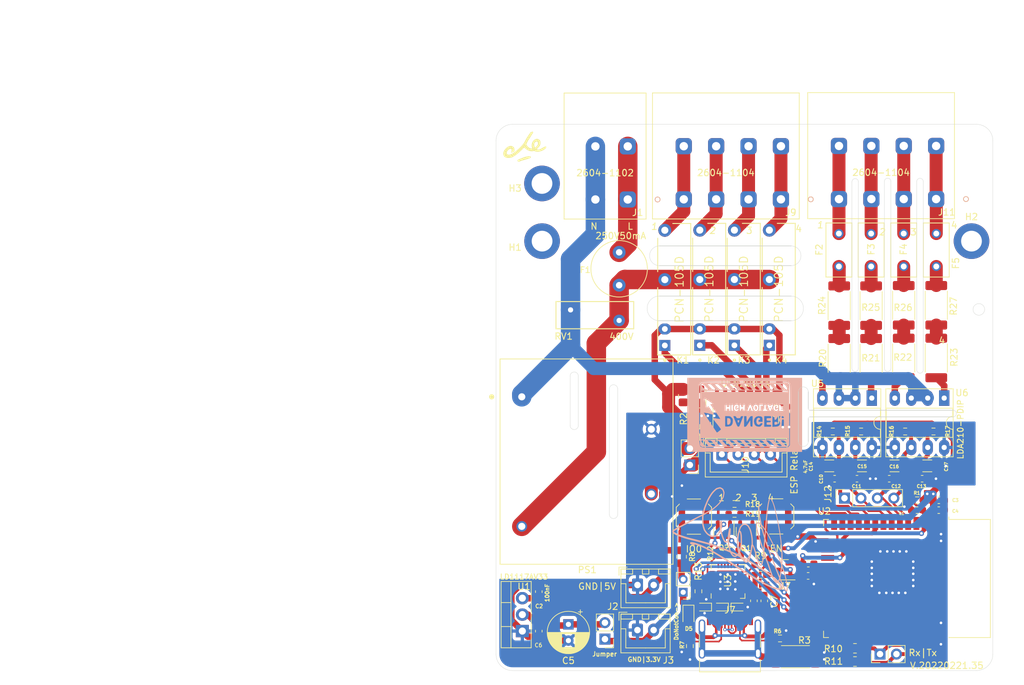
<source format=kicad_pcb>
(kicad_pcb (version 20211014) (generator pcbnew)
  (layers (0 "F.Cu" signal) (31 "B.Cu" signal) (34 "B.Paste" user) (35 "F.Paste" user) (36 "B.SilkS" user "B.Silkscreen") (37 "F.SilkS" user "F.Silkscreen") (38 "B.Mask" user) (39 "F.Mask" user) (44 "Edge.Cuts" user))
  (net 0 "")
  (net 1 "220VAC(L)")
  (net 2 "5V+")
  (net 3 "3.3V+")
  (net 4 "Sens4")
  (net 5 "Sens3")
  (net 6 "Sens2")
  (net 7 "Sens1")
  (net 8 "REO4")
  (net 9 "REO3")
  (net 10 "REO2")
  (net 11 "REO1")
  (net 12 "REI1")
  (net 13 "REI2")
  (net 14 "REI3")
  (net 15 "REI4")
  (net 16 "EspSens1")
  (net 17 "EspSens2")
  (net 18 "EspSens3")
  (net 19 "EspSens4")
  (net 20 "EspRel1")
  (net 21 "EspRel2")
  (net 22 "EspRel3")
  (net 23 "EspRel4")
  (net 24 "L_IN")
  (net 28 "220VAC(N)")
  (net 29 "EN")
  (net 30 "D+")
  (net 31 "D-")
  (net 32 "RTS")
  (net 33 "IO0")
  (net 34 "DTR")
  (net 35 "RXD0")
  (net 36 "TXD0")
  (net 37 "VBUS")
  (net 38 "TempIn")
  (net 39 "GND")
  (net 40 "Net-(R10-Pad2)")
  (net 41 "Net-(R12-Pad2)")
  (net 42 "Net-(R20-Pad2)")
  (net 43 "Net-(Q1-Pad1)")
  (net 44 "Net-(Q2-Pad1)")
  (net 45 "Net-(C5-Pad1)")
  (net 46 "Net-(R11-Pad2)")
  (net 47 "Net-(R21-Pad2)")
  (net 48 "Net-(R22-Pad2)")
  (net 49 "Net-(R23-Pad2)")
  (net 55 "Net-(F2-Pad1)")
  (net 56 "Net-(D1-Pad2)")
  (net 57 "Net-(D5-Pad1)")
  (net 58 "Net-(J7-PadA5)")
  (net 60 "Net-(J7-PadB5)")
  (net 62 "Net-(J7-PadS1)")
  (net 63 "Net-(J8-Pad2)")
  (net 64 "Net-(R4-Pad2)")
  (net 65 "Net-(R9-Pad1)")
  (net 66 "Net-(R13-Pad2)")
  (net 106 "Net-(F3-Pad1)")
  (net 107 "Net-(F4-Pad1)")
  (net 108 "Net-(F5-Pad1)")
  (net 109 "Net-(R20-Pad1)")
  (net 110 "Net-(R21-Pad1)")
  (net 111 "Net-(R22-Pad1)")
  (net 112 "Net-(R23-Pad1)")
  (net 113 "Net-(J5-Pad2)")
  (footprint "Connector_PinHeader_2.54mm:PinHeader_1x02_P2.54mm_Vertical" (layer "F.Cu") (at 141.9733 146.8501 180)
    (fp_text reference "J4" hide)
    (fp_text value "Current Jumper" hide)
  )
  (footprint "Capacitor_SMD:C_1206_3216Metric_Pad1.33x1.80mm_HandSolder" (layer "F.Cu") (at 181.6604 120.1039)
    (property "Value" "4.7uF")
    (fp_text reference "C15")
    (fp_text value "4.7uF" hide)
  )
  (footprint "Resistor_SMD:R_2512_6332Metric_Pad1.40x3.35mm_HandSolder" (layer "F.Cu") (at 178.1429 95.3663 -90)
    (fp_text reference "R24")
    (fp_text value "150kΩ1w" hide)
  )
  (footprint "Resistor_SMD:R_2512_6332Metric_Pad1.40x3.35mm_HandSolder" (layer "F.Cu") (at 183.0705 95.3663 -90)
    (fp_text reference "R25")
    (fp_text value "150kΩ1w" hide)
  )
  (footprint "Varistor:RV_Disc_D12mm_W4.2mm_P7.5mm" (layer "F.Cu") (at 136.6665 96.02017)
    (fp_text reference "RV1" hide)
    (fp_text value "400V")
  )
  (footprint "Resistor_SMD:R_2512_6332Metric_Pad1.40x3.35mm_HandSolder" (layer "F.Cu") (at 183.0705 103.4943 -90)
    (fp_text reference "R21")
    (fp_text value "150kΩ1w" hide)
  )
  (footprint "Resistor_SMD:R_2512_6332Metric_Pad1.40x3.35mm_HandSolder" (layer "F.Cu") (at 178.1429 103.4943 -90)
    (fp_text reference "R20")
    (fp_text value "150kΩ1w" hide)
  )
  (footprint "LED_SMD:LED_0805_2012Metric_Pad1.15x1.40mm_HandSolder" (layer "F.Cu") (at 156.6045 109.2885 90)
    (fp_text reference "D1" hide)
    (fp_text value "LED" hide)
  )
  (footprint "Resistor_SMD:R_0805_2012Metric_Pad1.20x1.40mm_HandSolder" (layer "F.Cu") (at 154.0645 109.2975 90)
    (fp_text reference "R2")
    (fp_text value "100Ω" hide)
  )
  (footprint "Connector_JST:JST_XH_B2B-XH-A_1x02_P2.50mm_Vertical" (layer "F.Cu") (at 147.0025 138.4935)
    (fp_text reference "J2")
    (fp_text value "GND|5V")
  )
  (footprint "Connector_PinHeader_2.54mm:PinHeader_1x02_P2.54mm_Vertical" (layer "F.Cu") (at 155.0805 119.9655 180)
    (fp_text reference "J5" hide)
    (fp_text value "Current Jumper" hide)
  )
  (footprint "icons:che" (layer "F.Cu") (at 129.5965 70.8135)
    (fp_text reference "G***" hide)
    (fp_text value "LOGO" hide)
  )
  (footprint "icons:led_6000dpi" (layer "F.Cu") (at 156.7815 114.935 -90)
    (fp_text reference "G***" hide)
    (fp_text value "LOGO" hide)
  )
  (footprint "Capacitor_SMD:C_0603_1608Metric_Pad1.08x0.95mm_HandSolder" (layer "F.Cu") (at 131.7625 145.6145 -90)
    (fp_text reference "C6")
    (fp_text value "100nF")
  )
  (footprint "Capacitor_SMD:C_0603_1608Metric_Pad1.08x0.95mm_HandSolder" (layer "F.Cu") (at 131.7625 139.5185 90)
    (fp_text reference "C2")
    (fp_text value "100nF" hide)
  )
  (footprint "Connector_JST:JST_XH_B4B-XH-A_1x04_P2.50mm_Vertical" (layer "F.Cu") (at 160.0265 118.3145)
    (fp_text reference "J10")
    (fp_text value "ESP Relays" hide)
  )
  (footprint "Capacitor_SMD:C_0603_1608Metric_Pad1.08x0.95mm_HandSolder" (layer "F.Cu") (at 170.0665 111.8465 -90)
    (fp_text reference "C9")
    (fp_text value "100nF" hide)
  )
  (footprint "rac05-05sk:277" (layer "F.Cu") (at 139.1361 119.4435)
    (fp_text reference "PS1")
    (fp_text value "RAC05-05SK/277")
  )
  (footprint "Package_TO_SOT_THT:TO-220-3_Vertical" (layer "F.Cu") (at 129.2225 145.6055 90)
    (fp_text reference "U1")
    (fp_text value "LD1117AV33_TO220" hide)
  )
  (footprint "PCN:bigpads_TE_Connectivity-PCN-124D" (layer "F.Cu") (at 152.6689 92.831099 90)
    (fp_text reference "K1")
    (fp_text value "PCN-105D")
  )
  (footprint "PCN:bigpads_TE_Connectivity-PCN-124D" (layer "F.Cu") (at 158.0664 92.8116 90)
    (fp_text reference "K2")
    (fp_text value "PCN-105D")
  )
  (footprint "PCN:bigpads_TE_Connectivity-PCN-124D" (layer "F.Cu") (at 168.8084 92.8116 90)
    (fp_text reference "K4")
    (fp_text value "PCN-105D")
  )
  (footprint "wago-2604-1104:big_pads_2604-1104" (layer "F.Cu") (at 169.1465 78.9535 180)
    (fp_text reference "J9")
    (fp_text value "2604-1104")
  )
  (footprint "wago-2604-1102:big_pads_2604-1102" (layer "F.Cu") (at 145.5001 78.977099 180)
    (fp_text reference "J1")
    (fp_text value "2604-1102")
  )
  (footprint "wago-2604-1104:big_pads_2604-1104" (layer "F.Cu") (at 193.1065 78.913499 180)
    (fp_text reference "J11")
    (fp_text value "2604-1104")
  )
  (footprint "Fuse:Fuse_Littelfuse_372_D8.50mm" (layer "F.Cu") (at 144.1665 87.1335 -90)
    (fp_text reference "F1")
    (fp_text value "250V50mA")
  )
  (footprint "MountingHole:MountingHole_3.2mm_M3_ISO14580_Pad" (layer "F.Cu") (at 198.5645 85.4075)
    (fp_text reference "H2")
    (fp_text value "MountingHole_Pad" hide)
  )
  (footprint "MountingHole:MountingHole_3.2mm_M3_ISO14580_Pad" (layer "F.Cu") (at 132.2705 85.4075)
    (fp_text reference "H1")
    (fp_text value "MountingHole_Pad" hide)
  )
  (footprint "PCN:bigpads_TE_Connectivity-PCN-124D" (layer "F.Cu") (at 163.4109 92.8116 90)
    (fp_text reference "K3")
    (fp_text value "PCN-105D")
  )
  (footprint "MountingHole:MountingHole_3.2mm_M3_ISO14580_Pad" (layer "F.Cu") (at 132.2565 76.5035)
    (fp_text reference "H3")
    (fp_text value "MountingHole_Pad" hide)
  )
  (footprint "Package_SO:SOIC-16_3.9x9.9mm_P1.27mm" (layer "F.Cu") (at 163.7165 111.5835 90)
    (fp_text reference "U4" hide)
    (fp_text value "ULN2003A")
  )
  (footprint "Capacitor_SMD:C_0603_1608Metric_Pad1.08x0.95mm_HandSolder" (layer "F.Cu") (at 180.885 122.0851)
    (fp_text reference "C11")
    (fp_text value "100nF" hide)
  )
  (footprint "Capacitor_SMD:C_0603_1608Metric_Pad1.08x0.95mm_HandSolder" (layer "F.Cu") (at 185.8634 122.0851 180)
    (fp_text reference "C12")
    (fp_text value "100nF" hide)
  )
  (footprint "Capacitor_SMD:C_1206_3216Metric_Pad1.33x1.80mm_HandSolder" (layer "F.Cu") (at 186.6773 120.1039 180)
    (fp_text reference "C16")
    (fp_text value "4.7uF" hide)
  )
  (footprint "Capacitor_SMD:C_1206_3216Metric_Pad1.33x1.80mm_HandSolder" (layer "F.Cu") (at 191.745 120.1039)
    (fp_text reference "C17")
    (fp_text value "4.7uF" hide)
  )
  (footprint "Resistor_SMD:R_2512_6332Metric_Pad1.40x3.35mm_HandSolder" (layer "F.Cu") (at 193.1289 103.4435 -90)
    (fp_text reference "R23")
    (fp_text value "150kΩ1w" hide)
  )
  (footprint "Resistor_SMD:R_2512_6332Metric_Pad1.40x3.35mm_HandSolder" (layer "F.Cu") (at 188.0997 95.3155 -90)
    (fp_text reference "R26")
    (fp_text value "150kΩ1w" hide)
  )
  (footprint "Resistor_SMD:R_2512_6332Metric_Pad1.40x3.35mm_HandSolder" (layer "F.Cu") (at 193.1289 95.3115 -90)
    (fp_text reference "R27")
    (fp_text value "150kΩ1w" hide)
  )
  (footprint "Package_DIP:DIP-8_W7.62mm_Socket_LongPads" (layer "F.Cu") (at 183.1721 109.6391 -90)
    (fp_text reference "U5")
    (fp_text value "LDA210-PDIP")
  )
  (footprint "Package_DIP:DIP-8_W7.62mm_Socket_LongPads" (layer "F.Cu") (at 194.3481 109.6391 -90)
    (fp_text reference "U6")
    (fp_text value "LDA210-PDIP" hide)
  )
  (footprint "Resistor_SMD:R_2512_6332Metric_Pad1.40x3.35mm_HandSolder" (layer "F.Cu") (at 188.0997 103.4435 -90)
    (fp_text reference "R22")
    (fp_text value "150kΩ1w" hide)
  )
  (footprint "Capacitor_SMD:C_0603_1608Metric_Pad1.08x0.95mm_HandSolder" (layer "F.Cu") (at 177.4328 122.0851 180)
    (fp_text reference "C10")
    (fp_text value "100nF" hide)
  )
  (footprint "Capacitor_SMD:C_0603_1608Metric_Pad1.08x0.95mm_HandSolder" (layer "F.Cu") (at 190.9434 122.0851)
    (fp_text reference "C13")
    (fp_text value "100nF" hide)
  )
  (footprint "Resistor_SMD:R_0603_1608Metric_Pad0.98x0.95mm_HandSolder" (layer "F.Cu") (at 190.1685 125.4125)
    (fp_text reference "R1")
    (fp_text value "10kΩ" hide)
  )
  (footprint "Capacitor_SMD:C_0603_1608Metric_Pad1.08x0.95mm_HandSolder" (layer "F.Cu") (at 193.5215 125.4125)
    (fp_text reference "C3")
    (fp_text value "22uF" hide)
  )
  (footprint "Capacitor_SMD:C_0603_1608Metric_Pad1.08x0.95mm_HandSolder" (layer "F.Cu") (at 190.156 126.9365 180)
    (fp_text reference "C1")
    (fp_text value "100nF" hide)
  )
  (footprint "Package_TO_SOT_SMD:SOT-23" (layer "F.Cu") (at 163.7965 130.236 -90)
    (fp_text reference "Q1")
    (fp_text value "SS8050-SMD" hide)
  )
  (footprint "Resistor_SMD:R_0603_1608Metric_Pad0.98x0.95mm_HandSolder" (layer "F.Cu") (at 161.984 127.5135)
    (fp_text reference "R19")
    (fp_text value "10kΩ" hide)
  )
  (footprint "Resistor_SMD:R_0603_1608Metric_Pad0.98x0.95mm_HandSolder" (layer "F.Cu") (at 161.984 125.9835 180)
    (fp_text reference "R18")
    (fp_text value "10kΩ" hide)
  )
  (footprint "Diode_SMD:D_SOD-523" (layer "F.Cu") (at 157.283 141.9009 180)
    (fp_text reference "D2" hide)
    (fp_text value "D_TVS" hide)
  )
  (footprint "Connector_JST:JST_XH_B2B-XH-A_1x02_P2.50mm_Vertical" (layer "F.Cu") (at 146.9917 145.4531)
    (fp_text reference "J3")
    (fp_text value "GND|3.3V")
  )
  (footprint "Button_Switch_SMD:SW_SPST_SKQG_WithStem" (layer "F.Cu") (at 168.4165 127.9035 90)
    (fp_text reference "SW1")
    (fp_text value "EN")
  )
  (footprint "Button_Switch_SMD:SW_SPST_SKQG_WithStem" (layer "F.Cu") (at 155.7065 127.9335 -90)
    (fp_text reference "SW2")
    (fp_text value "IO0")
  )
  (footprint "Capacitor_SMD:C_0603_1608Metric_Pad1.08x0.95mm_HandSolder" (layer "F.Cu") (at 164.9749 140.9408 -90)
    (fp_text reference "C8" hide)
    (fp_text value "4.7uF" hide)
  )
  (footprint "Resistor_SMD:R_0603_1608Metric_Pad0.98x0.95mm_HandSolder" (layer "F.Cu") (at 165.978 135.4109)
    (fp_text reference "R9")
    (fp_text value "1kΩ")
  )
  (footprint "Resistor_SMD:R_0603_1608Metric_Pad0.98x0.95mm_HandSolder" (layer "F.Cu") (at 165.978 138.4589 180)
    (fp_text reference "R4" hide)
    (fp_text value "22.1kΩ" hide)
  )
  (footprint "Resistor_SMD:R_0603_1608Metric_Pad0.98x0.95mm_HandSolder" (layer "F.Cu") (at 165.978 136.9349)
    (fp_text reference "R5" hide)
    (fp_text value "47.5kΩ" hide)
  )
  (footprint "Capacitor_SMD:C_0603_1608Metric_Pad1.08x0.95mm_HandSolder" (layer "F.Cu") (at 166.5749 140.9473 -90)
    (fp_text reference "C7")
    (fp_text value "100nF")
  )
  (footprint "Resistor_SMD:R_0603_1608Metric_Pad0.98x0.95mm_HandSolder" (layer "F.Cu") (at 156.4065 139.4655 -90)
    (fp_text reference "R13")
    (fp_text value "1kΩ")
  )
  (footprint "Diode_SMD:D_SOD-323" (layer "F.Cu") (at 154.8665 143.1139 -90)
    (fp_text reference "D5")
    (fp_text value "BAT60A-7" hide)
  )
  (footprint "Diode_SMD:D_SOD-523" (layer "F.Cu") (at 159.883 141.9009 180)
    (fp_text reference "D4")
    (fp_text value "D_TVS")
  )
  (footprint "Diode_SMD:D_SOD-523" (layer "F.Cu") (at 162.593 141.9009)
    (fp_text reference "D3" hide)
    (fp_text value "D_TVS" hide)
  )
  (footprint "RF_Module:ESP32-WROOM-32" (layer "F.Cu") (at 185.6105 137.4865 -90)
    (fp_text reference "U2")
    (fp_text value "ESP32-WROOM-32E")
  )
  (footprint "Package_TO_SOT_SMD:SOT-23" (layer "F.Cu") (at 160.3365 130.246 -90)
    (fp_text reference "Q2")
    (fp_text value "SS8050" hide)
  )
  (footprint "Connector_PinSocket_2.54mm:PinSocket_1x04_P2.54mm_Vertical" (layer "F.Cu") (at 178.9557 125.0823 90)
    (fp_text reference "J12")
    (fp_text value "EspSense")
  )
  (footprint "Connector_PinHeader_2.54mm:PinHeader_1x02_P2.54mm_Vertical" (layer "F.Cu") (at 184.4421 149.1615 90)
    (fp_text reference "J6" hide)
    (fp_text value "Conn_01x02_Male" hide)
  )
  (footprint "Package_TO_SOT_SMD:SOT-23" (layer "F.Cu") (at 169.6593 136.1415 180)
    (fp_text reference "U7")
    (fp_text value "MCP9700T-ETT" hide)
  )
  (footprint "Resistor_SMD:R_1206_3216Metric_Pad1.30x1.75mm_HandSolder" (layer "F.Cu") (at 161.229 133.5755 180)
    (fp_text reference "R12")
    (fp_text value "1kΩ")
  )
  (footprint "Resistor_SMD:R_0805_2012Metric_Pad1.20x1.40mm_HandSolder" (layer "F.Cu") (at 180.578 150.3045 180)
    (fp_text reference "R11")
    (fp_text value "0Ω" hide)
  )
  (footprint "Resistor_SMD:R_0805_2012Metric_Pad1.20x1.40mm_HandSolder" (layer "F.Cu") (at 180.578 148.2725 180)
    (fp_text reference "R10")
    (fp_text value "0Ω" hide)
  )
  (footprint "Package_DFN_QFN:QFN-28-1EP_5x5mm_P0.5mm_EP3.35x3.35mm" (layer "F.Cu") (at 160.983 137.9409 90)
    (fp_text reference "U3")
    (fp_text value "CP2102N-A01-GQFN28" hide)
  )
  (footprint "Capacitor_SMD:C_0603_1608Metric_Pad1.08x0.95mm_HandSolder" (layer "F.Cu") (at 193.511 126.9365)
    (fp_text reference "C4")
    (fp_text value "100nF" hide)
  )
  (footprint "Capacitor_SMD:C_1206_3216Metric_Pad1.33x1.80mm_HandSolder" (layer "F.Cu") (at 176.6058 120.1039 180)
    (fp_text reference "C14")
    (fp_text value "4.7uF")
  )
  (footprint "Connector_PinHeader_2.00mm:PinHeader_1x02_P2.00mm_Vertical" (layer "F.Cu") (at 154.0565 139.6155 180)
    (fp_text reference "J8" hide)
    (fp_text value "DoNotCon->")
  )
  (footprint "Capacitor_SMD:C_0603_1608Metric_Pad1.08x0.95mm_HandSolder" (layer "F.Cu") (at 173.3434 137.0935)
    (fp_text reference "C19" hide)
    (fp_text value "100nF" hide)
  )
  (footprint "Capacitor_SMD:C_0603_1608Metric_Pad1.08x0.95mm_HandSolder" (layer "F.Cu") (at 173.3699 135.1915)
    (fp_text reference "C18" hide)
    (fp_text value "100nF" hide)
  )
  (footprint "Resistor_SMD:R_0603_1608Metric_Pad0.98x0.95mm_HandSolder" (layer "F.Cu") (at 169.009 146.7435)
    (fp_text reference "R6")
    (fp_text value "5.1kΩ" hide)
  )
  (footprint "Resistor_SMD:R_0603_1608Metric_Pad0.98x0.95mm_HandSolder" (layer "F.Cu") (at 188.3264 114.7953)
    (fp_text reference "R16")
    (fp_text value "47.5kΩ" hide)
  )
  (footprint "RST-80-AMMO:FUSE_RST-1-BULK" (layer "F.Cu") (at 183.0705 86.7791 90)
    (fp_text reference "F3")
    (fp_text value "Fuse")
  )
  (footprint "Resistor_SMD:R_0603_1608Metric_Pad0.98x0.95mm_HandSolder" (layer "F.Cu") (at 177.1542 114.7953)
    (fp_text reference "R14")
    (fp_text value "47.5kΩ" hide)
  )
  (footprint "RST-80-AMMO:FUSE_RST-1-BULK" (layer "F.Cu") (at 193.1289 86.7791 90)
    (fp_text reference "F5")
    (fp_text value "Fuse")
  )
  (footprint "Connector_USB:USB_C_Receptacle_HRO_TYPE-C-31-M-12" (layer "F.Cu") (at 161.273 148.0009)
    (fp_text reference "J7")
    (fp_text value "USB_C_Receptacle_USB2.0")
  )
  (footprint "Resistor_SMD:R_0603_1608Metric_Pad0.98x0.95mm_HandSolder" (layer "F.Cu") (at 192.6952 114.7953 180)
    (fp_text reference "R17")
    (fp_text value "47.5kΩ" hide)
  )
  (footprint "RST-80-AMMO:FUSE_RST-1-BULK" (layer "F.Cu") (at 188.0997 86.7791 90)
    (fp_text reference "F4")
    (fp_text value "Fuse")
  )
  (footprint "Resistor_SMD:R_0805_2012Metric_Pad1.20x1.40mm_HandSolder" (layer "F.Cu") (at 153.8065 134.1355 -90)
    (fp_text reference "R8")
    (fp_text value "50Ω" hide)
  )
  (footprint "Resistor_SMD:R_2512_6332Metric_Pad1.40x3.35mm_HandSolder" (layer "F.Cu") (at 171.3885 149.5679)
    (fp_text reference "R3")
    (fp_text value "150kΩ1w")
  )
  (footprint "Capacitor_THT:CP_Radial_D6.3mm_P2.50mm" (layer "F.Cu") (at 136.3345 144.575521 -90)
    (fp_text reference "C5")
    (fp_text value "10uF" hide)
  )
  (footprint "RST-80-AMMO:FUSE_RST-1-BULK" (layer "F.Cu") (at 178.0921 86.7791 90)
    (fp_text reference "F2")
    (fp_text value "Fuse")
  )
  (footprint "Resistor_SMD:R_0603_1608Metric_Pad0.98x0.95mm_HandSolder" (layer "F.Cu") (at 181.523 114.7953 180)
    (fp_text reference "R15")
    (fp_text value "47.5kΩ" hide)
  )
  (footprint "Resistor_SMD:R_0603_1608Metric_Pad0.98x0.95mm_HandSolder" (layer "F.Cu") (at 155.0865 147.926 -90)
    (fp_text reference "R7")
    (fp_text value "5.1kΩ" hide)
  )
  (footprint "icons:danger1_negative" (layer "B.Cu") (at 163.5125 112.2299)
    (fp_text reference "G***" hide)
    (fp_text value "LOGO" hide)
  )
  (footprint "icons:paula" (layer "B.Cu") (at 161.093527 131.717189 180)
    (fp_text reference "G***" hide)
    (fp_text value "LOGO" hide)
  )
  (gr_arc (start 201.8665 149.1615) (mid 201.122551 150.957551) (end 199.3265 151.7015) (layer "Edge.Cuts") (width 0.05))
  (gr_line (start 201.8665 149.1615) (end 201.8665 69.9135) (layer "Edge.Cuts") (width 0.05))
  (gr_line (start 161.8365 151.7035) (end 127.6985 151.7035) (layer "Edge.Cuts") (width 0.05))
  (gr_circle (center 199.698475 95.9485) (end 200.333475 95.3135) (layer "Edge.Cuts") (width 0.05) (fill none))
  (gr_line (start 170.7134 97.7011) (end 150.247805 97.695528) (layer "Edge.Cuts") (width 0.1))
  (gr_line (start 199.3265 67.3735) (end 127.6985 67.3735) (layer "Edge.Cuts") (width 0.05))
  (gr_line (start 150.3934 93.8911) (end 170.7134 93.8911) (layer "Edge.Cuts") (width 0.1))
  (gr_arc (start 150.247805 97.695528) (mid 148.489794 95.723249) (end 150.3934 93.8911) (layer "Edge.Cuts") (width 0.05))
  (gr_line (start 125.1585 149.1615) (end 125.1585 69.9135) (layer "Edge.Cuts") (width 0.05))
  (gr_arc (start 170.7134 93.8911) (mid 172.6184 95.7961) (end 170.7134 97.7011) (layer "Edge.Cuts") (width 0.05))
  (gr_arc (start 127.6985 151.7035) (mid 125.90234 150.958246) (end 125.1585 149.1615) (layer "Edge.Cuts") (width 0.05))
  (gr_line (start 150.3934 86.1441) (end 170.7134 86.1441) (layer "Edge.Cuts") (width 0.1))
  (gr_line (start 170.7134 89.1921) (end 150.3934 89.1921) (layer "Edge.Cuts") (width 0.1))
  (gr_arc (start 171.8437 108.6739) (mid 172.6057 107.9119) (end 173.3677 108.6739) (layer "Edge.Cuts") (width 0.05))
  (gr_line (start 199.3265 151.7015) (end 161.8365 151.7035) (layer "Edge.Cuts") (width 0.05))
  (gr_arc (start 199.3265 67.3735) (mid 201.122551 68.117449) (end 201.8665 69.9135) (layer "Edge.Cuts") (width 0.05))
  (gr_line (start 171.8437 116.3447) (end 171.8437 108.6739) (layer "Edge.Cuts") (width 0.1))
  (gr_arc (start 142.6665 108.2135) (mid 143.3015 107.5785) (end 143.9365 108.2135) (layer "Edge.Cuts") (width 0.05))
  (gr_line (start 173.6217 111.5187) (end 195.7197 111.5187) (layer "Edge.Cuts") (width 0.1))
  (gr_arc (start 185.1265 76.1835) (mid 185.625625 75.684375) (end 186.12475 76.1835) (layer "Edge.Cuts") (width 0.05))
  (gr_arc (start 190.11825 76.2035) (mid 190.61825 75.7035) (end 191.11825 76.2035) (layer "Edge.Cuts") (width 0.05))
  (gr_line (start 173.3677 108.6739) (end 173.3677 111.2647) (layer "Edge.Cuts") (width 0.1))
  (gr_line (start 180.1065 76.2535) (end 180.1065 105.04525) (layer "Edge.Cuts") (width 0.05))
  (gr_line (start 185.1265 76.1835) (end 185.1265 105.03525) (layer "Edge.Cuts") (width 0.05))
  (gr_line (start 195.7197 112.5347) (end 173.6217 112.5347) (layer "Edge.Cuts") (width 0.1))
  (gr_arc (start 181.103 105.04525) (mid 180.60475 105.5435) (end 180.1065 105.04525) (layer "Edge.Cuts") (width 0.05))
  (gr_arc (start 173.6217 111.5187) (mid 173.442095 111.444305) (end 173.3677 111.2647) (layer "Edge.Cuts") (width 0.05))
  (gr_line (start 190.11825 76.2035) (end 190.11825 105.2935) (layer "Edge.Cuts") (width 0.05))
  (gr_line (start 181.103 105.04525) (end 181.103 76.2535) (layer "Edge.Cuts") (width 0.05))
  (gr_arc (start 191.11475 105.2935) (mid 190.6165 105.79175) (end 190.11825 105.2935) (layer "Edge.Cuts") (width 0.05))
  (gr_arc (start 186.12475 105.03525) (mid 185.625625 105.534375) (end 185.1265 105.03525) (layer "Edge.Cuts") (width 0.05))
  (gr_line (start 137.8665 106.2435) (end 137.8665 113.8635) (layer "Edge.Cuts") (width 0.05))
  (gr_line (start 191.11475 105.2935) (end 191.11825 76.2035) (layer "Edge.Cuts") (width 0.05))
  (gr_line (start 136.5965 113.8635) (end 136.5965 106.2435) (layer "Edge.Cuts") (width 0.05))
  (gr_arc (start 143.9365 127.6191) (mid 143.3015 128.238678) (end 142.6665 127.6191) (layer "Edge.Cuts") (width 0.05))
  (gr_arc (start 170.7134 86.1441) (mid 172.2374 87.6681) (end 170.7134 89.1921) (layer "Edge.Cuts") (width 0.05))
  (gr_arc (start 150.3934 89.1921) (mid 148.8694 87.6681) (end 150.3934 86.1441) (layer "Edge.Cuts") (width 0.05))
  (gr_arc (start 125.1585 69.9135) (mid 125.902449 68.117449) (end 127.6985 67.3735) (layer "Edge.Cuts") (width 0.05))
  (gr_arc (start 173.3677 116.3447) (mid 172.6057 117.1067) (end 171.8437 116.3447) (layer "Edge.Cuts") (width 0.05))
  (gr_line (start 142.6665 108.2135) (end 142.6665 127.6191) (layer "Edge.Cuts") (width 0.05))
  (gr_line (start 186.12475 105.03525) (end 186.12475 76.1835) (layer "Edge.Cuts") (width 0.05))
  (gr_arc (start 195.7197 111.5187) (mid 196.2277 112.0267) (end 195.7197 112.5347) (layer "Edge.Cuts") (width 0.05))
  (gr_line (start 173.3677 112.7887) (end 173.3677 116.3447) (layer "Edge.Cuts") (width 0.1))
  (gr_arc (start 173.3677 112.7887) (mid 173.442095 112.609095) (end 173.6217 112.5347) (layer "Edge.Cuts") (width 0.05))
  (gr_line (start 143.9365 127.6191) (end 143.9365 108.2135) (layer "Edge.Cuts") (width 0.05))
  (gr_arc (start 180.1065 76.2535) (mid 180.60475 75.75525) (end 181.103 76.2535) (layer "Edge.Cuts") (width 0.05))
  (gr_arc (start 137.8665 113.8635) (mid 137.2315 114.4985) (end 136.5965 113.8635) (layer "Edge.Cuts") (width 0.05))
  (gr_arc (start 136.5965 106.2435) (mid 137.2315 105.6085) (end 137.8665 106.2435) (layer "Edge.Cuts") (width 0.05))
  (gr_text "4" (at 193.9925 100.7745) (layer "F.SilkS") (effects (font (size 1 1))))
  (gr_text "3" (at 189.6035 84.0105) (layer "F.SilkS") (effects (font (size 1 1))))
  (gr_text "4" (at 195.8865 82.9435) (layer "F.SilkS") (effects (font (size 1 1))))
  (gr_text "1" (at 175.2065 82.9135) (layer "F.SilkS") (effects (font (size 1 1) (thickness 0.15) italic)))
  (gr_text "V.20220221.35" (at 194.7545 150.9395) (layer "F.SilkS") (effects (font (size 1 1))))
  (gr_text "2" (at 184.7775 84.0105) (layer "F.SilkS") (effects (font (size 1 1) (thickness 0.15) italic)))
  (gr_text "LD1117AV33" (at 129.4765 137.2235) (layer "F.SilkS") (effects (font (size 0.8 0.8))))
  (gr_text "N" (at 140.9065 83.1215) (layer "F.SilkS") (effects (font (size 1 1)) (justify right)))
  (gr_text "L" (at 145.3769 83.1215) (layer "F.SilkS") (effects (font (size 1 1)) (justify left)))
  (gr_text "4" (at 167.5765 125.0315) (layer "F.SilkS") (effects (font (size 1 1))))
  (gr_text "ESP Relay" (at 171.196 120.65 90) (layer "F.SilkS") (effects (font (size 1 1))))
  (gr_text "3" (at 164.2565 83.7835) (layer "F.SilkS") (effects (font (size 1 1))))
  (gr_text "4" (at 171.8865 83.5035) (layer "F.SilkS") (effects (font (size 1 1))))
  (gr_text "2" (at 158.5865 83.7835) (layer "F.SilkS") (effects (font (size 1 1) (thickness 0.15) italic)))
  (gr_text "1" (at 149.5865 83.1635) (layer "F.SilkS") (effects (font (size 1 1) (thickness 0.15) italic)))
  (gr_text "2" (at 162.4965 125.0315) (layer "F.SilkS") (effects (font (size 1 1) (thickness 0.15) italic)))
  (gr_text "3" (at 165.0365 125.0315) (layer "F.SilkS") (effects (font (size 1 1))))
  (gr_text "1" (at 159.9565 125.0315) (layer "F.SilkS") (effects (font (size 1 1))))
  (segment (start 144.1665 92.2135) (end 144.1665 97.6535) (width 3) (layer "F.Cu") (net 1))
  (segment (start 145.048399 91.331601) (end 144.1665 92.2135) (width 3) (layer "F.Cu") (net 1))
  (segment (start 167.3584 91.331601) (end 145.048399 91.331601) (width 3) (layer "F.Cu") (net 1))
  (segment (start 144.1665 97.6535) (end 140.648832 101.171168) (width 3) (layer "F.Cu") (net 1))
  (segment (start 140.648832 117.930768) (end 129.1361 129.4435) (width 3) (layer "F.Cu") (net 1))
  (segment (start 140.648832 101.171168) (end 140.648832 117.930768) (width 3) (layer "F.Cu") (net 1))
  (segment (start 157.5865 116.820909) (end 151.8065 111.040909) (width 2) (layer "F.Cu") (net 2))
  (segment (start 151.2189 98.9711) (end 167.338901 98.9711) (width 1) (layer "F.Cu") (net 2))
  (segment (start 151.8065 108.9335) (end 149.669389 106.796389) (width 1) (layer "F.Cu") (net 2))
  (segment (start 167.338901 98.9711) (end 167.3584 98.951601) (width 1) (layer "F.Cu") (net 2))
  (segment (start 167.917422 98.951601) (end 167.3584 98.951601) (width 1) (layer "F.Cu") (net 2))
  (segment (start 149.669389 99.961589) (end 150.659878 98.9711) (width 1) (layer "F.Cu") (net 2))
  (segment (start 131.7625 140.5435) (end 129.2405 140.5435) (width 1) (layer "F.Cu") (net 2))
  (segment (start 155.0805 119.9655) (end 150.83562 124.21038) (width 1) (layer "F.Cu") (net 2))
  (segment (start 150.9745 133.1355) (end 150.83562 133.27438) (width 1) (layer "F.Cu") (net 2))
  (segment (start 150.83562 137.16038) (end 149.5025 138.4935) (width 1) (layer "F.Cu") (net 2))
  (segment (start 149.5025 138.686324) (end 147.807824 140.381) (width 1) (layer "F.Cu") (net 2))
  (segment (start 168.907911 108.362089) (end 168.907911 99.94209) (width 1) (layer "F.Cu") (net 2))
  (segment (start 150.659878 98.9711) (end 151.2189 98.9711) (width 1) (layer "F.Cu") (net 2))
  (segment (start 168.907911 99.94209) (end 167.917422 98.951601) (width 1) (layer "F.Cu") (net 2))
  (segment (start 149.669389 106.796389) (end 149.669389 99.961589) (width 1) (layer "F.Cu") (net 2))
  (segment (start 151.8065 108.9335) (end 152.4425 108.2975) (width 2) (layer "F.Cu") (net 2))
  (segment (start 151.8065 111.040909) (end 151.8065 108.9335) (width 2) (layer "F.Cu") (net 2))
  (segment (start 150.83562 133.27438) (end 150.83562 137.16038) (width 1) (layer "F.Cu") (net 2))
  (segment (start 168.1615 109.1085) (end 168.907911 108.362089) (width 1) (layer "F.Cu") (net 2))
  (segment (start 157.5865 118.030091) (end 157.5865 116.820909) (width 2) (layer "F.Cu") (net 2))
  (segment (start 147.807824 140.381) (end 131.7625 140.381) (width 1) (layer "F.Cu") (net 2))
  (segment (start 152.4425 108.2975) (end 154.0645 108.2975) (width 2) (layer "F.Cu") (net 2))
  (segment (start 155.0805 119.9655) (end 155.651091 119.9655) (width 2) (layer "F.Cu") (net 2))
  (segment (start 153.8065 133.1355) (end 150.9745 133.1355) (width 1) (layer "F.Cu") (net 2))
  (segment (start 170.037 110.984) (end 168.1615 109.1085) (width 1) (layer "F.Cu") (net 2))
  (segment (start 150.83562 124.21038) (end 150.83562 133.27438) (width 1) (layer "F.Cu") (net 2))
  (segment (start 155.651091 119.9655) (end 157.5865 118.030091) (width 2) (layer "F.Cu") (net 2))
  (segment (start 149.5025 138.4935) (end 149.5025 138.686324) (width 1) (layer "F.Cu") (net 2))
  (segment (start 195.8665 120.851644) (end 195.8665 116.0535) (width 1) (layer "F.Cu") (net 3))
  (segment (start 166.5749 140.0848) (end 166.00348 139.51338) (width 0.25) (layer "F.Cu") (net 3))
  (segment (start 182.4355 114.7953) (end 182.4355 113.69906) (width 0.6) (layer "F.Cu") (net 3))
  (segment (start 166.8905 134.8395) (end 167.7015 134.0285) (width 1) (layer "F.Cu") (net 3))
  (segment (start 177.41622 113.62078) (end 176.2417 114.7953) (width 1) (layer "F.Cu") (net 3))
  (segment (start 193.6077 114.7953) (end 193.595346 114.7953) (width 1) (layer "F.Cu") (net 3))
  (segment (start 192.659 125.4125) (end 192.659 128.923) (width 1) (layer "F.Cu") (net 3))
  (segment (start 170.5968 136.129) (end 170.5737 136.1059) (width 0.6) (layer "F.Cu") (net 3))
  (segment (start 165.92752 136.33638) (end 166.853 135.4109) (width 0.35) (layer "F.Cu") (net 3))
  (segment (start 182.51378 113.62078) (end 177.41622 113.62078) (width 1) (layer "F.Cu") (net 3))
  (segment (start 192.6717 124.046444) (end 195.8665 120.851644) (width 1) (layer "F.Cu") (net 3))
  (segment (start 166.00348 136.26042) (end 166.853 135.4109) (width 0.25) (layer "F.Cu") (net 3))
  (segment (start 166.00348 139.51338) (end 166.00348 136.26042) (width 0.25) (layer "F.Cu") (net 3))
  (segment (start 194.6083 114.7953) (end 193.6077 114.7953) (width 1) (layer "F.Cu") (net 3))
  (segment (start 187.4139 113.6809) (end 187.35378 113.62078) (width 0.6) (layer "F.Cu") (net 3))
  (segment (start 191.7319 124.7241) (end 191.0435 125.4125) (width 1) (layer "F.Cu") (net 3))
  (segment (start 165.7472 140.0848) (end 165.92752 139.90448) (width 0.35) (layer "F.Cu") (net 3))
  (segment (start 142.27631 147.15311) (end 147.98521 147.15311) (width 1) (layer "F.Cu") (net 3))
  (segment (start 193.595346 114.7953) (end 192.420826 113.62078) (width 1) (layer "F.Cu") (net 3))
  (segment (start 192.659 125.4125) (end 192.659 124.44512) (width 1) (layer "F.Cu") (net 3))
  (segment (start 164.6623 140.3909) (end 162.30752 140.3909) (width 1) (layer "F.Cu") (net 3))
  (segment (start 182.4355 113.69906) (end 182.51378 113.62078) (width 0.6) (layer "F.Cu") (net 3))
  (segment (start 147.98521 147.15311) (end 149.4917 145.64662) (width 1) (layer "F.Cu") (net 3))
  (segment (start 166.8905 135.4109) (end 166.8905 134.8395) (width 1) (layer "F.Cu") (net 3))
  (segment (start 187.35378 113.62078) (end 182.51378 113.62078) (width 1) (layer "F.Cu") (net 3))
  (segment (start 170.5968 137.0915) (end 170.5968 136.129) (width 0.6) (layer "F.Cu") (net 3))
  (segment (start 166.5749 140.0848) (end 165.7472 140.0848) (width 1) (layer "F.Cu") (net 3))
  (segment (start 192.659 128.923) (end 192.5955 128.9865) (width 1) (layer "F.Cu") (net 3))
  (segment (start 165.92752 139.90448) (end 165.92752 136.33638) (width 0.35) (layer "F.Cu") (net 3))
  (segment (start 170.5968 137.0915) (end 172.4789 137.0915) (width 0.6) (layer "F.Cu") (net 3))
  (segment (start 191.7319 124.4219) (end 191.7319 124.7241) (width 1) (layer "F.Cu") (net 3))
  (segment (start 187.4139 114.7953) (end 187.4139 113.6809) (width 0.6) (layer "F.Cu") (net 3))
  (segment (start 165.7472 140.0848) (end 164.9814 140.0848) (width 1) (layer "F.Cu") (net 3))
  (segment (start 192.6717 124.43242) (end 192.6717 124.046444) (width 1) (layer "F.Cu") (net 3))
  (segment (start 192.659 124.44512) (end 192.6717 124.43242) (width 1) (layer "F.Cu") (net 3))
  (segment (start 192.420826 113.62078) (end 187.35378 113.62078) (width 1) (layer "F.Cu") (net 3))
  (segment (start 195.8665 116.0535) (end 194.6083 114.7953) (width 1) (layer "F.Cu") (net 3))
  (segment (start 164.9749 140.0783) (end 164.6623 140.3909) (width 1) (layer "F.Cu") (net 3))
  (segment (start 172.4789 137.0915) (end 172.4809 137.0935) (width 0.6) (layer "F.Cu") (net 3))
  (segment (start 164.9814 140.0848) (end 164.9749 140.0783) (width 1) (layer "F.Cu") (net 3))
  (segment (start 191.0435 125.4125) (end 192.659 125.4125) (width 1) (layer "F.Cu") (net 3))
  (via (at 170.5737 136.1059) (size 0.8) (drill 0.4) (layers "F.Cu" "B.Cu") (net 3))
  (via (at 167.7015 134.0285) (size 0.8) (drill 0.4) (layers "F.Cu" "B.Cu") (net 3))
  (via (at 191.7319 124.4219) (size 0.8) (drill 0.4) (layers "F.Cu" "B.Cu") (net 3))
  (via (at 192.6717 124.43242) (size 0.8) (drill 0.4) (layers "F.Cu" "B.Cu") (net 3))
  (segment (start 169.7789 136.1059) (end 167.7015 134.0285) (width 0.6) (layer "B.Cu") (net 3))
  (segment (start 152.681989 129.108011) (end 152.681989 142.262811) (width 1) (layer "B.Cu") (net 3))
  (segment (start 191.7319 124.4219) (end 191.7319 125.37222) (width 1) (layer "B.Cu") (net 3))
  (segment (start 167.7015 134.0285) (end 167.1115 133.4385) (width 0.6) (layer "B.Cu") (net 3))
  (segment (start 170.5737 136.1059) (end 169.7789 136.1059) (width 0.6) (layer "B.Cu") (net 3))
  (segment (start 189.08062 128.0235) (end 190.42356 126.68056) (width 1) (layer "B.Cu") (net 3))
  (segment (start 191.7319 125.37222) (end 190.42356 126.68056) (width 1) (layer "B.Cu") (net 3))
  (segment (start 167.1115 133.4385) (end 166.2265 132.5535) (width 0.6) (layer "B.Cu") (net 3))
  (segment (start 170.5965 128.0235) (end 189.08062 128.0235) (width 1) (layer "B.Cu") (net 3))
  (segment (start 192.6717 124.43242) (end 191.74242 124.43242) (width 1) (layer "B.Cu") (net 3))
  (segment (start 166.3465 128.0235) (end 153.7665 128.0235) (width 1) (layer "B.Cu") (net 3))
  (segment (start 153.7665 128.0235) (end 152.681989 129.108011) (width 1) (layer "B.Cu") (net 3))
  (segment (start 152.681989 142.262811) (end 149.4917 145.4531) (width 1) (layer "B.Cu") (net 3))
  (segment (start 191.74242 124.43242) (end 191.7319 124.4219) (width 1) (layer "B.Cu") (net 3))
  (segment (start 170.5965 128.0235) (end 166.3465 128.0235) (width 1) (layer "B.Cu") (net 3))
  (segment (start 166.2265 132.5535) (end 166.2265 128.1435) (width 0.6) (layer "B.Cu") (net 3))
  (segment (start 192.6717 124.43242) (end 191.7319 125.37222) (width 1) (layer "B.Cu") (net 3))
  (segment (start 166.2265 128.1435) (end 166.3465 128.0235) (width 0.6) (layer "B.Cu") (net 3))
  (segment (start 193.1289 84.2391) (end 193.1289 78.935899) (width 2) (layer "F.Cu") (net 4))
  (segment (start 193.1289 78.935899) (end 193.1065 78.913499) (width 2) (layer "F.Cu") (net 4))
  (segment (start 193.1065 78.913499) (end 193.1065 70.7135) (width 2) (layer "F.Cu") (net 4))
  (segment (start 188.0997 78.920299) (end 188.1065 78.913499) (width 2) (layer "F.Cu") (net 5))
  (segment (start 188.1065 70.7135) (end 188.1065 78.913499) (width 2) (layer "F.Cu") (net 5))
  (segment (start 188.0997 84.2391) (end 188.0997 78.920299) (width 2) (layer "F.Cu") (net 5))
  (segment (start 183.0705 84.2391) (end 183.0705 70.7495) (width 2) (layer "F.Cu") (net 6))
  (segment (start 183.0705 70.7495) (end 183.1065 70.7135) (width 2) (layer "F.Cu") (net 6))
  (segment (start 178.1065 70.7135) (end 178.1065 78.913499) (width 2) (layer "F.Cu") (net 7))
  (segment (start 178.1065 84.2247) (end 178.0921 84.2391) (width 2) (layer "F.Cu") (net 7))
  (segment (start 178.1065 78.913499) (end 178.1065 84.2247) (width 2) (layer "F.Cu") (net 7))
  (segment (start 169.1465 70.753501) (end 169.1465 81.923501) (width 2) (layer "F.Cu") (net 8))
  (segment (start 169.1465 81.923501) (end 167.3584 83.711601) (width 2) (layer "F.Cu") (net 8))
  (segment (start 164.1465 81.526001) (end 161.9609 83.711601) (width 2) (layer "F.Cu") (net 9))
  (segment (start 164.1465 70.753501) (end 164.1465 81.526001) (width 2) (layer "F.Cu") (net 9))
  (segment (start 159.1465 81.181501) (end 156.6164 83.711601) (width 2) (layer "F.Cu") (net 10))
  (segment (start 159.1465 70.753501) (end 159.1465 81.181501) (width 2) (layer "F.Cu") (net 10))
  (segment (start 154.1465 80.8035) (end 151.2189 83.7311) (width 2) (layer "F.Cu") (net 11))
  (segment (start 154.1465 70.753501) (end 154.1465 80.8035) (width 2) (layer "F.Cu") (net 11))
  (segment (start 160.002902 105.1235) (end 153.6565 105.1235) (width 1) (layer "F.Cu") (net 12))
  (segment (start 163.0815 109.1085) (end 163.0815 108.202098) (width 1) (layer "F.Cu") (net 12))
  (segment (start 163.0815 108.202098) (end 160.002902 105.1235) (width 1) (layer "F.Cu") (net 12))
  (segment (start 153.6565 105.1235) (end 151.2189 102.6859) (width 1) (layer "F.Cu") (net 12))
  (segment (start 151.2189 102.6859) (end 151.2189 101.5111) (width 1) (layer "F.Cu") (net 12))
  (segment (start 156.6164 101.491601) (end 158.4664 101.491601) (width 1) (layer "F.Cu") (net 13))
  (segment (start 158.4664 101.491601) (end 164.3515 107.376701) (width 1) (layer "F.Cu") (net 13))
  (segment (start 164.3515 107.376701) (end 164.3515 109.1085) (width 1) (layer "F.Cu") (net 13))
  (segment (start 165.6215 109.1085) (end 165.6215 105.152201) (width 1) (layer "F.Cu") (net 14))
  (segment (start 165.6215 105.152201) (end 161.9609 101.491601) (width 1) (layer "F.Cu") (net 14))
  (segment (start 166.8915 101.958501) (end 166.8915 109.1085) (width 1) (layer "F.Cu") (net 15))
  (segment (start 167.3584 101.491601) (end 166.8915 101.958501) (width 1) (layer "F.Cu") (net 15))
  (segment (start 178.0667 114.7953) (end 178.0667 117.2337) (width 0.6) (layer "F.Cu") (net 16))
  (segment (start 178.0921 117.2591) (end 178.0921 121.8819) (width 0.6) (layer "F.Cu") (net 16))
  (segment (start 184.9755 127.6365) (end 184.39322 127.05422) (width 0.35) (layer "F.Cu") (net 16))
  (segment (start 181.988562 126.3523) (end 180.3781 126.3523) (width 0.35) (layer "F.Cu") (net 16))
  (segment (start 184.9755 128.9865) (end 184.9755 127.6365) (width 0.35) (layer "F.Cu") (net 16))
  (segment (start 178.0921 121.8819) (end 178.2953 122.0851) (width 0.6) (layer "F.Cu") (net 16))
  (segment (start 184.39322 127.05422) (end 182.690481 127.054219) (width 0.35) (layer "F.Cu") (net 16))
  (segment (start 178.2953 124.4219) (end 178.9557 125.0823) (width 0.6) (layer "F.Cu") (net 16))
  (segment (start 179.1081 125.0823) (end 178.9557 125.0823) (width 0.35) (layer "F.Cu") (net 16))
  (segment (start 178.0667 117.2337) (end 178.0921 117.2591) (width 0.6) (layer "F.Cu") (net 16))
  (segment (start 182.690481 127.054219) (end 181.988562 126.3523) (width 0.35) (layer "F.Cu") (net 16))
  (segment (start 178.2953 122.0851) (end 178.2953 124.4219) (width 0.6) (layer "F.Cu") (net 16))
  (segment (start 180.3781 126.3523) (end 179.1081 125.0823) (width 0.35) (layer "F.Cu") (net 16))
  (segment (start 182.9181 126.5047) (end 185.1137 126.5047) (width 0.35) (layer "F.Cu") (net 17))
  (segment (start 186.2455 127.6365) (end 186.2455 128.9865) (width 0.35) (layer "F.Cu") (net 17))
  (segment (start 180.0225 123.6091) (end 181.4957 125.0823) (width 0.6) (layer "F.Cu") (net 17))
  (segment (start 181.4957 125.0823) (end 182.9181 126.5047) (width 0.35) (layer "F.Cu") (net 17))
  (segment (start 180.6105 114.7953) (end 180.6105 117.2375) (width 0.6) (layer "F.Cu") (net 17))
  (segment (start 180.0979 120.1039) (end 180.0979 122.0097) (width 0.6) (layer "F.Cu") (net 17))
  (segment (start 185.1137 126.5047) (end 186.2455 127.6365) (width 0.35) (layer "F.Cu") (net 17))
  (segment (start 180.0225 122.0851) (end 180.0225 123.6091) (width 0.6) (layer "F.Cu") (net 17))
  (segment (start 180.6105 117.2375) (end 180.6321 117.2591) (width 0.6) (layer "F.Cu") (net 17))
  (segment (start 180.0979 122.0097) (end 180.0225 122.0851) (width 0.6) (layer "F.Cu") (net 17))
  (segment (start 180.6321 117.2591) (end 180.6321 119.5697) (width 0.6) (layer "F.Cu") (net 17))
  (segment (start 180.6321 119.5697) (end 180.0979 120.1039) (width 0.6) (layer "F.Cu") (net 17))
  (segment (start 187.5155 127.7493) (end 187.510979 127.7493) (width 0.35) (layer "F.Cu") (net 18))
  (segment (start 189.2389 117.2299) (end 189.2681 117.2591) (width 0.6) (layer "F.Cu") (net 18))
  (segment (start 188.2398 120.1039) (end 188.2398 121.373108) (width 0.6) (layer "F.Cu") (net 18))
  (segment (start 188.2398 121.373108) (end 187.527808 122.0851) (width 0.6) (layer "F.Cu") (net 18))
  (segment (start 187.527808 122.0851) (end 186.7259 122.0851) (width 0.6) (layer "F.Cu") (net 18))
  (segment (start 188.2398 118.2874) (end 189.2681 117.2591) (width 0.6) (layer "F.Cu") (net 18))
  (segment (start 186.7259 122.3921) (end 184.0357 125.0823) (width 0.6) (layer "F.Cu") (net 18))
  (segment (start 187.5155 128.9865) (end 187.5155 127.7493) (width 0.35) (layer "F.Cu") (net 18))
  (segment (start 187.510979 127.7493) (end 184.843979 125.0823) (width 0.35) (layer "F.Cu") (net 18))
  (segment (start 186.7259 122.0851) (end 186.7259 122.3921) (width 0.6) (layer "F.Cu") (net 18))
  (segment (start 188.2398 120.1039) (end 188.2398 118.2874) (width 0.6) (layer "F.Cu") (net 18))
  (segment (start 189.2389 114.7953) (end 189.2389 117.2299) (width 0.6) (layer "F.Cu") (net 18))
  (segment (start 184.843979 125.0823) (end 184.0357 125.0823) (width 0.35) (layer "F.Cu") (net 18))
  (segment (start 191.7827 114.7953) (end 191.7827 117.2337) (width 0.6) (layer "F.Cu") (net 19))
  (segment (start 186.5757 125.0823) (end 186.5757 125.9967) (width 0.35) (layer "F.Cu") (net 19))
  (segment (start 190.0809 122.0851) (end 189.5729 122.0851) (width 0.6) (layer "F.Cu") (net 19))
  (segment (start 190.0809 122.0851) (end 190.0809 120.2055) (width 0.6) (layer "F.Cu") (net 19))
  (segment (start 186.5757 125.9967) (end 188.7855 128.2065) (width 0.35) (layer "F.Cu") (net 19))
  (segment (start 191.8081 118.4783) (end 190.1825 120.1039) (width 0.6) (layer "F.Cu") (net 19))
  (segment (start 191.8081 117.2591) (end 191.8081 118.4783) (width 0.6) (layer "F.Cu") (net 19))
  (segment (start 189.5729 122.0851) (end 186.5757 125.0823) (width 0.6) (layer "F.Cu") (net 19))
  (segment (start 190.0809 120.2055) (end 190.1825 120.1039) (width 0.6) (layer "F.Cu") (net 19))
  (segment (start 188.7855 128.2065) (end 188.7855 128.9865) (width 0.35) (layer "F.Cu") (net 19))
  (segment (start 191.7827 117.2337) (end 191.8081 117.2591) (width 0.6) (layer "F.Cu") (net 19))
  (segment (start 176.7713 130.6195) (end 176.0409 129.8891) (width 0.35) (layer "F.Cu") (net 20))
  (segment (start 176.0409 128.378878) (end 171.155522 123.4935) (width 0.35) (layer "F.Cu") (net 20))
  (segment (start 176.3555 133.0415) (end 177.7055 133.0415) (width 0.35) (layer "F.Cu") (net 20))
  (segment (start 163.87849 122.16649) (end 163.87849 122.24549) (width 0.35) (layer "F.Cu") (net 20))
  (segment (start 177.7055 133.0415) (end 177.855011 132.891989) (width 0.35) (layer "F.Cu") (net 20))
  (segment (start 163.0815 115.2595) (end 160.0265 118.3145) (width 1) (layer "F.Cu") (net 20))
  (segment (start 163.0815 114.0585) (end 163.0815 115.2595) (width 1) (layer "F.Cu") (net 20))
  (segment (start 163.87849 122.24549) (end 165.1265 123.4935) (width 0.35) (layer "F.Cu") (net 20))
  (segment (start 176.0409 129.8891) (end 176.0409 128.378878) (width 0.35) (layer "F.Cu") (net 20))
  (segment (start 177.855011 132.891989) (end 177.855011 130.839611) (width 0.35) (layer "F.Cu") (net 20))
  (segment (start 177.855011 130.839611) (end 177.6349 130.6195) (width 0.35) (layer "F.Cu") (net 20))
  (segment (start 163.87849 122.16649) (end 160.0265 118.3145) (width 0.35) (layer "F.Cu") (net 20))
  (segment (start 171.155522 123.4935) (end 165.1265 123.4935) (width 0.35) (layer "F.Cu") (net 20))
  (segment (start 177.6349 130.6195) (end 176.7713 130.6195) (width 0.35) (layer "F.Cu") (net 20))
  (segment (start 167.15598 122.94398) (end 171.383141 122.943981) (width 0.35) (layer "F.Cu") (net 21))
  (segment (start 171.383141 122.943981) (end 175.845011 127.405851) (width 0.35) (layer "F.Cu") (net 21))
  (segment (start 162.5265 118.3145) (end 167.15598 122.94398) (width 0.35) (layer "F.Cu") (net 21))
  (segment (start 179.8955 128.2573) (end 179.8955 128.9865) (width 0.35) (layer "F.Cu") (net 21))
  (segment (start 164.3515 114.0585) (end 164.3515 116.4895) (width 1) (layer "F.Cu") (net 21))
  (segment (start 179.044051 127.405851) (end 179.8955 128.2573) (width 0.35) (layer "F.Cu") (net 21))
  (segment (start 175.845011 127.405851) (end 179.044051 127.405851) (width 0.35) (layer "F.Cu") (net 21))
  (segment (start 164.3515 116.4895) (end 162.5265 118.3145) (width 1) (layer "F.Cu") (net 21))
  (segment (start 181.004758 127.475758) (end 179.906309 127.475758) (width 0.35) (layer "F.Cu") (net 22))
  (segment (start 181.1655 127.6365) (end 181.004758 127.475758) (width 0.35) (layer "F.Cu") (net 22))
  (segment (start 181.1655 128.9865) (end 181.1655 127.6365) (width 0.35) (layer "F.Cu") (net 22))
  (segment (start 171.579798 122.3635) (end 169.0755 122.3635) (width 0.35) (layer "F.Cu") (net 22))
  (segment (start 176.072628 126.85633) (end 171.579798 122.3635) (width 0.35) (layer "F.Cu") (net 22))
  (segment (start 179.906309 127.475758) (end 179.286882 126.856331) (width 0.35) (layer "F.Cu") (net 22))
  (segment (start 179.286882 126.856331) (end 176.072628 126.85633) (width 0.35) (layer "F.Cu") (net 22))
  (segment (start 165.6215 114.0585) (end 165.6215 117.7195) (width 1) (layer "F.Cu") (net 22))
  (segment (start 169.0755 122.3635) (end 165.0265 118.3145) (width 0.35) (layer "F.Cu") (net 22))
  (segment (start 165.6215 117.7195) (end 165.0265 118.3145) (width 1) (layer "F.Cu") (net 22))
  (segment (start 166.8915 117.6795) (end 167.5265 118.3145) (width 1) (layer "F.Cu") (net 23))
  (segment (start 180.109509 126.90182) (end 181.760944 126.90182) (width 0.35) (layer "F.Cu") (net 23))
  (segment (start 169.60346 120.39146) (end 170.384896 120.39146) (width 0.35) (layer "F.Cu") (net 23))
  (segment (start 167.5265 118.3145) (end 169.60346 120.39146) (width 0.35) (layer "F.Cu") (net 23))
  (segment (start 182.4355 127.576376) (end 182.4355 128.9865) (width 0.35) (layer "F.Cu") (net 23))
  (segment (start 179.5145 126.306811) (end 180.109509 126.90182) (width 0.35) (layer "F.Cu") (net 23))
  (segment (start 181.760944 126.90182) (end 182.4355 127.576376) (width 0.35) (layer "F.Cu") (net 23))
  (segment (start 170.384896 120.39146) (end 176.300247 126.306811) (width 0.35) (layer "F.Cu") (net 23))
  (segment (start 176.300247 126.306811) (end 179.5145 126.306811) (width 0.35) (layer "F.Cu") (net 23))
  (segment (start 166.8915 114.0585) (end 166.8915 117.6795) (width 1) (layer "F.Cu") (net 23))
  (segment (start 145.5001 85.7999) (end 144.1665 87.1335) (width 3) (layer "F.Cu") (net 24))
  (segment (start 145.5001 78.977099) (end 145.5001 85.7999) (width 3) (layer "F.Cu") (net 24))
  (segment (start 145.5001 70.7771) (end 145.5001 78.977099) (width 3) (layer "F.Cu") (net 24))
  (segment (start 140.5001 78.977099) (end 140.5001 84.3499) (width 3) (layer "B.Cu") (net 28))
  (segment (start 188.808589 106.639589) (end 191.748589 109.579589) (width 2) (layer "B.Cu") (net 28))
  (segment (start 178.0921 109.6391) (end 180.6321 109.6391) (width 1) (layer "B.Cu") (net 28))
  (segment (start 180.6321 106.7191) (end 180.552589 106.639589) (width 1) (layer "B.Cu") (net 28))
  (segment (start 129.1361 109.04398) (end 136.6665 101.51358) (width 3) (layer "B.Cu") (net 28))
  (segment (start 140.23642 105.0835) (end 136.6665 101.51358) (width 2) (layer "B.Cu") (net 28))
  (segment (start 140.5001 70.7771) (end 140.5001 78.977099) (width 3) (layer "B.Cu") (net 28))
  (segment (start 180.6321 109.6391) (end 180.6321 106.7191) (width 1) (layer "B.Cu") (net 28))
  (segment (start 178.340411 106.639589) (end 180.552589 106.639589) (width 2) (layer "B.Cu") (net 28))
  (segment (start 191.748589 109.579589) (end 191.748589 109.6391) (width 2) (layer "B.Cu") (net 28))
  (segment (start 176.422589 106.639589) (end 178.340411 106.639589) (width 2) (layer "B.Cu") (net 28))
  (segment (start 140.5001 84.3499) (end 136.6665 88.1835) (width 3) (layer "B.Cu") (net 28))
  (segment (start 174.8665 105.0835) (end 140.23642 105.0835) (width 2) (layer "B.Cu") (net 28))
  (segment (start 189.2681 107.0991) (end 188.808589 106.639589) (width 1) (layer "B.Cu") (net 28))
  (segment (start 136.6665 96.02017) (end 136.6665 101.51358) (width 3) (layer "B.Cu") (net 28))
  (segment (start 178.0921 109.6391) (end 178.0921 106.8879) (width 1) (layer "B.Cu") (net 28))
  (segment (start 189.2681 109.6391) (end 189.2681 107.0991) (width 1) (layer "B.Cu") (net 28))
  (segment (start 189.2681 109.6391) (end 191.8081 109.6391) (width 1) (layer "B.Cu") (net 28))
  (segment (start 178.0921 106.8879) (end 178.340411 106.639589) (width 1) (layer "B.Cu") (net 28))
  (segment (start 174.8665 105.0835) (end 176.422589 106.639589) (width 2) (layer "B.Cu") (net 28))
  (segment (start 129.1361 109.4435) (end 129.1361 109.04398) (width 3) (layer "B.Cu") (net 28))
  (segment (start 180.552589 106.639589) (end 188.808589 106.639589) (width 2) (layer "B.Cu") (net 28))
  (segment (start 136.6665 88.1835) (end 136.6665 96.02017) (width 3) (layer "B.Cu") (net 28))
  (segment (start 191.0185 127.328) (end 191.3255 127.635) (width 0.4) (layer "F.Cu") (net 29))
  (segment (start 166.5665 132.3035) (end 166.5665 131.0035) (width 0.6) (layer "F.Cu") (net 29))
  (segment (start 167.0865 132.8235) (end 166.5665 132.3035) (width 0.6) (layer "F.Cu") (net 29))
  (segment (start 191.3255 128.9865) (end 191.3255 129.9445) (width 0.6) (layer "F.Cu") (net 29))
  (segment (start 170.2865 132.8235) (end 167.0865 132.8235) (width 0.6) (layer "F.Cu") (net 29))
  (segment (start 190.8175 126.9365) (end 189.2935 125.4125) (width 0.4) (layer "F.Cu") (net 29))
  (segment (start 163.7965 131.1735) (end 166.3965 131.1735) (width 0.6) (layer "F.Cu") (net 29))
  (segment (start 191.0185 126.9365) (end 191.0185 127.328) (width 0.4) (layer "F.Cu") (net 29))
  (segment (start 166.5665 124.8035) (end 166.5665 131.0035) (width 1) (layer "F.Cu") (net 29))
  (segment (start 166.3965 131.1735) (end 166.5665 131.0035) (width 0.6) (layer "F.Cu") (net 29))
  (segment (start 191.3255 127.635) (end 191.3255 128.9865) (width 0.4) (layer "F.Cu") (net 29))
  (segment (start 191.3255 129.9445) (end 190.783989 130.486011) (width 0.6) (layer "F.Cu") (net 29))
  (via (at 190.8365 130.5235) (size 0.8) (drill 0.4) (layers "F.Cu" "B.Cu") (net 29))
  (via (at 170.2865 132.8235) (size 0.8) (drill 0.4) (layers "F.Cu" "B.Cu") (net 29))
  (segment (start 190.79743 130.51012) (end 173.491982 130.51012) (width 0.6) (layer "B.Cu") (net 29))
  (segment (start 173.491982 130.51012) (end 171.178602 132.8235) (width 0.6) (layer "B.Cu") (net 29))
  (segment (start 171.178602 132.8235) (end 170.2865 132.8235) (width 0.6) (layer "B.Cu") (net 29))
  (segment (start 162.183 145.005411) (end 162.023 144.845411) (width 0.25) (layer "F.Cu") (net 30))
  (segment (start 162.023 144.845411) (end 162.023 143.9559) (width 0.25) (layer "F.Cu") (net 30))
  (segment (start 160.583 141.8509) (end 161.013 141.4209) (width 0.2) (layer "F.Cu") (net 30))
  (segment (start 161.013 141.4209) (end 161.013 140.513392) (width 0.2) (layer "F.Cu") (net 30))
  (segment (start 161.393 145.9309) (end 161.853 145.9309) (width 0.25) (layer "F.Cu") (net 30))
  (segment (start 162.183 145.6009) (end 162.183 145.005411) (width 0.25) (layer "F.Cu") (net 30))
  (segment (start 161.063 145.6009) (end 161.393 145.9309) (width 0.25) (layer "F.Cu") (net 30))
  (segment (start 161.013 142.855901) (end 161.013 143.9609) (width 0.2) (layer "F.Cu") (net 30))
  (segment (start 161.063 143.9959) (end 161.063 145.6009) (width 0.25) (layer "F.Cu") (net 30))
  (segment (start 160.583 142.425901) (end 161.013 142.855901) (width 0.2) (layer "F.Cu") (net 30))
  (segment (start 161.023 143.9559) (end 161.063 143.9959) (width 0.25) (layer "F.Cu") (net 30))
  (segment (start 161.853 145.9309) (end 162.183 145.6009) (width 0.25) (layer "F.Cu") (net 30))
  (segment (start 160.583 141.9009) (end 160.583 141.8509) (width 0.2) (layer "F.Cu") (net 30))
  (segment (start 160.583 141.9009) (end 160.583 142.425901) (width 0.2) (layer "F.Cu") (net 30))
  (segment (start 160.503 145.3809) (end 160.503 143.9759) (width 0.25) (layer "F.Cu") (net 31))
  (segment (start 161.523 145.2809) (end 161.623 145.3809) (width 0.25) (layer "F.Cu") (net 31))
  (segment (start 161.463 142.855901) (end 161.463 143.9609) (width 0.2) (layer "F.Cu") (net 31))
  (segment (start 161.893 141.8509) (end 161.463 141.4209) (width 0.2) (layer "F.Cu") (net 31))
  (segment (start 161.893 142.425901) (end 161.463 142.855901) (width 0.2) (layer "F.Cu") (net 31))
  (segment (start 160.503 143.9759) (end 160.523 143.9559) (width 0.25) (layer "F.Cu") (net 31))
  (segment (start 161.523 143.9559) (end 161.523 145.2809) (width 0.25) (layer "F.Cu") (net 31))
  (segment (start 161.893 141.9009) (end 161.893 142.425901) (width 0.2) (layer "F.Cu") (net 31))
  (segment (start 161.893 141.9009) (end 161.893 141.8509) (width 0.2) (layer "F.Cu") (net 31))
  (segment (start 161.463 141.4209) (end 161.463 140.513392) (width 0.2) (layer "F.Cu") (net 31))
  (via (at 160.503 145.3809) (size 0.5) (drill 0.3) (layers "F.Cu" "B.Cu") (net 31))
  (via (at 161.623 145.3809) (size 0.5) (drill 0.3) (layers "F.Cu" "B.Cu") (net 31))
  (segment (start 160.503 145.3809) (end 161.623 145.3809) (width 0.25) (layer "B.Cu") (net 31))
  (segment (start 162.8965 129.2485) (end 162.8465 129.2985) (width 0.35) (layer "F.Cu") (net 32))
  (segment (start 162.8965 127.5135) (end 162.8965 129.2485) (width 0.35) (layer "F.Cu") (net 32))
  (segment (start 162.8465 133.508) (end 162.779 133.5755) (width 0.35) (layer "F.Cu") (net 32))
  (segment (start 162.8465 129.2985) (end 162.8465 133.508) (width 0.35) (layer "F.Cu") (net 32))
  (segment (start 172.625425 142.764575) (end 172.625425 145.154575) (width 0.4) (layer "F.Cu") (net 33))
  (segment (start 169.6465 139.5935) (end 172.625425 142.572425) (width 0.4) (layer "F.Cu") (net 33))
  (segment (start 172.625425 145.154575) (end 173.45735 145.9865) (width 0.4) (layer "F.Cu") (net 33))
  (segment (start 161.5365 131.6635) (end 161.0565 131.1835) (width 0.4) (layer "F.Cu") (net 33))
  (segment (start 172.625425 142.572425) (end 172.625425 142.764575) (width 0.4) (layer "F.Cu") (net 33))
  (segment (start 161.0565 131.1835) (end 160.3365 131.1835) (width 0.4) (layer "F.Cu") (net 33))
  (segment (start 157.5565 124.8335) (end 157.5565 131.0335) (width 1) (layer "F.Cu") (net 33))
  (segment (start 173.45735 145.9865) (end 177.3555 145.9865) (width 0.4) (layer "F.Cu") (net 33))
  (segment (start 160.3365 131.1835) (end 157.7065 131.1835) (width 0.4) (layer "F.Cu") (net 33))
  (segment (start 157.7065 131.1835) (end 157.5565 131.0335) (width 0.4) (layer "F.Cu") (net 33))
  (via (at 169.6465 139.5935) (size 0.8) (drill 0.4) (layers "F.Cu" "B.Cu") (net 33))
  (via (at 161.5365 131.6635) (size 0.8) (drill 0.4) (layers "F.Cu" "B.Cu") (net 33))
  (segment (start 169.4665 139.5935) (end 161.5365 131.6635) (width 0.4) (layer "B.Cu") (net 33))
  (segment (start 169.6465 139.5935) (end 169.4665 139.5935) (width 0.4) (layer "B.Cu") (net 33))
  (segment (start 159.4665 129.2285) (end 159.3865 129.3085) (width 0.4) (layer "F.Cu") (net 34))
  (segment (start 159.4665 127.3335) (end 159.4665 129.2285) (width 0.4) (layer "F.Cu") (net 34))
  (segment (start 156.4065 138.5905) (end 155.266989 137.450989) (width 0.4) (layer "F.Cu") (net 34))
  (segment (start 155.266989 137.450989) (end 155.266989 135.654011) (width 0.4) (layer "F.Cu") (net 34))
  (segment (start 159.4665 126.6835) (end 160.1665 125.9835) (width 0.4) (layer "F.Cu") (net 34))
  (segment (start 160.1665 125.9835) (end 161.0715 125.9835) (width 0.4) (layer "F.Cu") (net 34))
  (segment (start 159.3865 129.3085) (end 160.111 129.3085) (width 0.4) (layer "F.Cu") (net 34))
  (segment (start 155.266989 135.654011) (end 158.8875 132.0335) (width 0.4) (layer "F.Cu") (net 34))
  (segment (start 158.8875 132.0335) (end 158.9665 132.0335) (width 0.4) (layer "F.Cu") (net 34))
  (segment (start 160.111 129.3085) (end 160.2965 129.123) (width 0.4) (layer "F.Cu") (net 34))
  (segment (start 159.4665 127.3335) (end 159.4665 126.6835) (width 0.4) (layer "F.Cu") (net 34))
  (via (at 160.2965 129.123) (size 0.8) (drill 0.4) (layers "F.Cu" "B.Cu") (net 34))
  (via (at 158.9665 132.0335) (size 0.8) (drill 0.4) (layers "F.Cu" "B.Cu") (net 34))
  (segment (start 158.9665 130.453) (end 160.2965 129.123) (width 0.4) (layer "B.Cu") (net 34))
  (segment (start 158.9665 132.0335) (end 158.9665 130.453) (width 0.4) (layer "B.Cu") (net 34))
  (segment (start 188.7855 145.9865) (end 188.7855 147.165522) (width 0.6) (layer "F.Cu") (net 35))
  (segment (start 188.211922 147.7391) (end 185.8645 147.7391) (width 0.6) (layer "F.Cu") (net 35))
  (segment (start 185.8645 147.7391) (end 184.4421 149.1615) (width 0.6) (layer "F.Cu") (net 35))
  (segment (start 184.4421 149.1615) (end 183.5531 148.2725) (width 0.6) (layer "F.Cu") (net 35))
  (segment (start 183.5531 148.2725) (end 181.578 148.2725) (width 0.6) (layer "F.Cu") (net 35))
  (segment (start 188.7855 147.165522) (end 188.211922 147.7391) (width 0.6) (layer "F.Cu") (net 35))
  (segment (start 185.632589 150.511011) (end 186.9821 149.1615) (width 0.6) (layer "F.Cu") (net 36))
  (segment (start 186.9821 149.1615) (end 188.9125 149.1615) (width 0.6) (layer "F.Cu") (net 36))
  (segment (start 181.578 150.3045) (end 181.784511 150.511011) (width 0.6) (layer "F.Cu") (net 36))
  (segment (start 181.784511 150.511011) (end 185.632589 150.511011) (width 0.6) (layer "F.Cu") (net 36))
  (segment (start 188.9125 149.1615) (end 190.0555 148.0185) (width 0.6) (layer "F.Cu") (net 36))
  (segment (start 190.0555 148.0185) (end 190.0555 145.9865) (width 0.6) (layer "F.Cu") (net 36))
  (segment (start 168.724957 140.381957) (end 168.684389 140.422525) (width 0.6) (layer "F.Cu") (net 37))
  (segment (start 159.157521 145.080082) (end 159.157521 146.126263) (width 0.4) (layer "F.Cu") (net 37))
  (segment (start 158.823 144.745561) (end 159.157521 145.080082) (width 0.4) (layer "F.Cu") (net 37))
  (segment (start 168.684389 140.422525) (end 168.684389 144.055611) (width 0.6) (layer "F.Cu") (net 37))
  (segment (start 166.8905 138.4589) (end 166.8905 138.5475) (width 0.6) (layer "F.Cu") (net 37))
  (segment (start 166.2965 146.4435) (end 163.6856 146.4435) (width 0.6) (layer "F.Cu") (net 37))
  (segment (start 159.132521 146.271631) (end 159.103368 146.300784) (width 0.35) (layer "F.Cu") (net 37))
  (segment (start 158.823 142.7409) (end 157.983 141.9009) (width 0.35) (layer "F.Cu") (net 37))
  (segment (start 166.339109 146.400891) (end 166.2965 146.4435) (width 0.6) (layer "F.Cu") (net 37))
  (segment (start 154.8665 144.1639) (end 154.8665 145.0639) (width 0.6) (layer "F.Cu") (net 37))
  (segment (start 163.723 143.9559) (end 163.723 144.780916) (width 0.35) (layer "F.Cu") (net 37))
  (segment (start 159.157521 146.126263) (end 158.983 146.300784) (width 0.4) (layer "F.Cu") (net 37))
  (segment (start 163.723 144.780916) (end 163.483008 145.020908) (width 0.35) (layer "F.Cu") (net 37))
  (segment (start 158.730284 146.5535) (end 158.983 146.300784) (width 0.6) (layer "F.Cu") (net 37))
  (segment (start 154.8665 145.0639) (end 156.3561 146.5535) (width 0.6) (layer "F.Cu") (net 37))
  (segment (start 166.8905 138.5475) (end 168.724957 140.381957) (width 0.6) (layer "F.Cu") (net 37))
  (segment (start 163.6856 146.4435) (end 163.543 146.3009) (width 0.6) (layer "F.Cu") (net 37))
  (segment (start 163.543 146.3009) (end 163.413479 146.171379) (width 0.35) (layer "F.Cu") (net 37))
  (segment (start 168.684389 144.055611) (end 166.339109 146.400891) (width 0.6) (layer "F.Cu") (net 37))
  (segment (start 158.823 143.9559) (end 158.823 144.745561) (width 0.4) (layer "F.Cu") (net 37))
  (segment (start 158.823 143.9559) (end 158.823 142.7409) (width 0.35) (layer "F.Cu") (net 37))
  (segment (start 156.3561 146.5535) (end 158.730284 146.5535) (width 0.6) (layer "F.Cu") (net 37))
  (segment (start 163.413479 146.171379) (end 163.413479 145.136849) (width 0.35) (layer "F.Cu") (net 37))
  (via (at 158.983 146.300784) (size 0.8) (drill 0.4) (layers "F.Cu" "B.Cu") (net 37))
  (via (at 163.543 146.3009) (size 0.8) (drill 0.4) (layers "F.Cu" "B.Cu") (net 37))
  (segment (start 158.983 146.300784) (end 163.542884 146.300784) (width 0.4) (layer "B.Cu") (net 37))
  (segment (start 163.542884 146.300784) (end 163.543 146.3009) (width 0.4) (layer "B.Cu") (net 37))
  (segment (start 183.7055 130.0353) (end 183.2229 130.5179) (width 0.6) (layer "F.Cu") (net 38))
  (segment (start 172.5041 135.1882) (end 172.5074 135.1915) (width 0.6) (layer "F.Cu") (net 38))
  (segment (start 172.5041 133.9723) (end 172.5041 135.1882) (width 0.6) (layer "F.Cu") (net 38))
  (segment (start 183.7055 129.8321) (end 183.7055 130.0353) (width 0.6) (layer "F.Cu") (net 38))
  (segment (start 178.7525 133.2611) (end 178.7525 133.7691) (width 0.6) (layer "F.Cu") (net 38))
  (segment (start 178.7525 131.3307) (end 178.7525 133.2611) (width 0.6) (layer "F.Cu") (net 38))
  (segment (start 183.2229 130.5179) (end 179.5653 130.5179) (width 0.6) (layer "F.Cu") (net 38))
  (segment (start 183.7055 128.9865) (end 183.7055 129.8321) (width 0.6) (layer "F.Cu") (net 38))
  (segment (start 179.5653 130.5179) (end 178.7525 131.3307) (width 0.6) (layer "F.Cu") (net 38))
  (segment (start 178.7525 133.7691) (end 178.2445 134.2771) (width 0.6) (layer "F.Cu") (net 38))
  (segment (start 172.5074 135.1915) (end 170.5968 135.1915) (width 0.6) (layer "F.Cu") (net 38))
  (via (at 178.2445 134.2771) (size 0.8) (drill 0.4) (layers "F.Cu" "B.Cu") (net 38))
  (via (at 172.5041 133.9723) (size 0.8) (drill 0.4) (layers "F.Cu" "B.Cu") (net 38))
  (segment (start 172.8089 134.2771) (end 172.5041 133.9723) (width 0.6) (layer "B.Cu") (net 38))
  (segment (start 178.2445 134.2771) (end 172.8089 134.2771) (width 0.6) (layer "B.Cu") (net 38))
  (segment (start 184.4929 134.6139) (end 186.3655 136.4865) (width 1) (layer "F.Cu") (net 39))
  (segment (start 155.0865 148.8385) (end 155.0865 149.9835) (width 1) (layer "F.Cu") (net 39))
  (segment (start 193.8655 130.6449) (end 193.8655 131.6863) (width 1) (layer "F.Cu") (net 39))
  (segment (start 170.4065 114.1035) (end 168.2065 114.1035) (width 1) (layer "F.Cu") (net 39))
  (segment (start 170.0665 113.7635) (end 170.4065 114.1035) (width 1) (layer "F.Cu") (net 39))
  (segment (start 188.7093 126.4031) (end 188.2013 126.4031) (width 0.6) (layer "F.Cu") (net 39))
  (segment (start 169.9215 146.7435) (end 169.9215 145.5585) (width 0.6) (layer "F.Cu") (net 39))
  (segment (start 175.5521 117.2591) (end 175.5521 119.5951) (width 1) (layer "F.Cu") (net 39))
  (segment (start 189.1157 126.4031) (end 188.7093 126.4031) (width 0.6) (layer "F.Cu") (net 39))
  (segment (start 191.8059 122.0851) (end 193.0781 122.0851) (width 0.6) (layer "F.Cu") (net 39))
  (segment (start 170.0665 112.709) (end 169.74099 112.38349) (width 1) (layer "F.Cu") (net 39))
  (segment (start 170.2665 131.0035) (end 171.7265 131.0035) (width 1) (layer "F.Cu") (net 39))
  (segment (start 184.3405 139.7127) (end 184.3405 138.5115) (width 1) (layer "F.Cu") (net 39))
  (segment (start 170.0665 112.709) (end 170.0665 113.7635) (width 1) (layer "F.Cu") (net 39))
  (segment (start 193.8655 145.9865) (end 193.8655 144.3525) (width 1) (layer "F.Cu") (net 39))
  (segment (start 157.612099 140.871801) (end 156.583 141.9009) (width 0.6) (layer "F.Cu") (net 39))
  (segment (start 160.483 139.5474) (end 160.9265 139.1039) (width 0.25) (layer "F.Cu") (net 39))
  (segment (start 189.5729 137.7315) (end 187.6105 137.7315) (width 1) (layer "F.Cu") (net 39))
  (segment (start 157.612099 140.708899) (end 158.440021 140.708899) (width 0.6) (layer "F.Cu") (net 39))
  (segment (start 158.023 143.9559) (end 158.023 143.51) (width 0.4) (layer "F.Cu") (net 39))
  (segment (start 187.3377 137.4587) (end 186.3655 136.4865) (width 1) (layer "F.Cu") (net 39))
  (segment (start 128.869998 138.4935) (end 127.52249 139.841008) (width 1) (layer "F.Cu") (net 39))
  (segment (start 156.6045 112.0915) (end 156.6045 110.3135) (width 1) (layer "F.Cu") (net 39))
  (segment (start 136.3345 147.075521) (end 132.361021 147.075521) (width 1) (layer "F.Cu") (net 39))
  (segment (start 183.2229 120.1039) (end 185.1148 120.1039) (width 1) (layer "F.Cu") (net 39))
  (segment (start 189.5729 134.8867) (end 187.9653 134.8867) (width 1) (layer "F.Cu") (net 39))
  (segment (start 188.3537 139.7127) (end 188.3537 138.4747) (width 1) (layer "F.Cu") (net 39))
  (segment (start 131.925 138.4935) (end 131.7625 138.656) (width 1) (layer "F.Cu") (net 39))
  (segment (start 181.7475 122.0851) (end 182.9181 122.0851) (width 1) (layer "F.Cu") (net 39))
  (segment (start 174.8449 149.9743) (end 175.8315 149.9743) (width 1) (layer "F.Cu") (net 39))
  (segment (start 183.1721 137.7315) (end 185.1205 137.7315) (width 1) (layer "F.Cu") (net 39))
  (segment (start 159.183 141.451878) (end 159.183 141.9009) (width 0.6) (layer "F.Cu") (net 39))
  (segment (start 131.7625 138.4935) (end 128.869998 138.4935) (width 1) (layer "F.Cu") (net 39))
  (segment (start 187.6105 137.7315) (end 186.3655 136.4865) (width 1) (layer "F.Cu") (net 39))
  (segment (start 164.0211 141.9009) (end 164.8773 141.9009) (width 1) (layer "F.Cu") (net 39))
  (segment (start 175.8315 148.9075) (end 175.8315 149.5171) (width 1) (layer "F.Cu") (net 39))
  (segment (start 174.2324 138.34) (end 174.2313 138.3411) (width 0.6) (layer "F.Cu") (net 39))
  (segment (start 188.5061 133.3119) (end 188.5061 134.3459) (width 1) (layer "F.Cu") (net 39))
  (segment (start 160.483 140.879389) (end 159.461489 141.9009) (width 0.25) (layer "F.Cu") (net 39))
  (segment (start 174.2324 135.1915) (end 174.2324 138.34) (width 0.6) (layer "F.Cu") (net 39))
  (segment (start 153.8565 124.8335) (end 153.8565 131.0335) (width 1) (layer "F.Cu") (net 39))
  (segment (start 173.7263 131.0035) (end 174.4943 131.7715) (width 1) (layer "F.Cu") (net 39))
  (segment (start 189.2935 126.5809) (end 189.1157 126.4031) (width 0.6) (layer "F.Cu") (net 39))
  (segment (start 174.4385 149.5679) (end 174.8155 149.9449) (width 1) (layer "F.Cu") (net 39))
  (segment (start 130.094 146.477) (end 129.2225 145.6055) (width 1) (layer "F.Cu") (net 39))
  (segment (start 191.8059 121.6055) (end 193.3075 120.1039) (width 1) (layer "F.Cu") (net 39))
  (segment (start 183.1721 138.6459) (end 184.2061 138.6459) (width 1) (layer "F.Cu") (net 39))
  (segment (start 155.0865 148.8385) (end 153.8315 148.8385) (width 1) (layer "F.Cu") (net 39))
  (segment (start 170.190341 138.3411) (end 168.784141 136.9349) (width 0.6) (layer "F.Cu") (net 39))
  (segment (start 168.7218 136.5382) (end 168.3251 136.9349) (width 0.6) (layer "F.Cu") (net 39))
  (segment (start 188.3537 138.4747) (end 186.3655 136.4865) (width 1) (layer "F.Cu") (net 39))
  (segment (start 175.7807 149.5679) (end 175.8315 149.5171) (width 1) (layer "F.Cu") (net 39))
  (segment (start 182.9181 122.0851) (end 183.7817 122.0851) (width 1) (layer "F.Cu") (net 39))
  (segment (start 163.293 141.9009) (end 164.0211 141.9009) (width 1) (layer "F.Cu") (net 39))
  (segment (start 193.8655 145.9865) (end 193.8655 147.6245) (width 1) (layer "F.Cu") (net 39))
  (segment (start 176.5703 122.0851) (end 176.5703 123.2513) (width 0.6) (layer "F.Cu") (net 39))
  (segment (start 169.9215 145.5585) (end 169.9465 145.5335) (width 0.6) (layer "F.Cu") (net 39))
  (segment (start 171.7265 131.0035) (end 173.7263 131.0035) (width 1) (layer "F.Cu") (net 39))
  (segment (start 183.1721 134.8867) (end 184.7657 134.8867) (width 1) (layer "F.Cu") (net 39))
  (segment (start 159.461489 141.9009) (end 159.183 141.9009) (width 0.25) (layer "F.Cu") (net 39))
  (segment (start 193.8655 128.9865) (end 193.8655 130.6449) (width 1) (layer "F.Cu") (net 39))
  (segment (start 186.3725 139.7127) (end 186.3725 136.4935) (width 1) (layer "F.Cu") (net 39))
  (segment (start 175.5521 119.5951) (end 175.0433 120.1039) (width 1) (layer "F.Cu") (net 39))
  (segment (start 175.0433 120.1039) (end 175.0433 120.5581) (width 1) (layer "F.Cu") (net 39))
  (segment (start 193.8655 144.3525) (end 193.8565 144.3435) (width 1) (layer "F.Cu") (net 39))
  (segment (start 169.74099 112.38349) (end 156.89649 112.38349) (width 1) (layer "F.Cu") (net 39))
  (segment (start 184.3405 138.5115) (end 186.3655 136.4865) (width 1) (layer "F.Cu") (net 39))
  (segment (start 174.8155 149.9449) (end 174.8449 149.9743) (width 1) (layer "F.Cu") (net 39))
  (segment (start 174.9425 148.9075) (end 175.8315 148.9075) (width 1) (layer "F.Cu") (net 39))
  (segment (start 164.9749 141.8033) (end 167.667469 141.8033) (width 1) (layer "F.Cu") (net 39))
  (segment (start 185.7309 135.8519) (end 186.3655 136.4865) (width 1) (layer "F.Cu") (net 39))
  (segment (start 127.52249 143.90549) (end 129.2225 145.6055) (width 1) (layer "F.Cu") (net 39))
  (segment (start 193.8655 127.4445) (end 194.3735 126.9365) (width 1) (layer "F.Cu") (net 39))
  (segment (start 174.4385 149.5679) (end 175.7807 149.5679) (width 1) (layer "F.Cu") (net 39))
  (segment (start 155.0865 149.9835) (end 155.1065 150.0035) (width 1) (layer "F.Cu") (net 39))
  (segment (start 174.4385 149.4115) (end 174.9425 148.9075) (width 1) (layer "F.Cu") (net 39))
  (segment (start 153.8315 148.8385) (end 153.8265 148.8335) (width 1) (layer "F.Cu") (net 39))
  (segment (start 187.3377 139.7127) (end 187.3377 137.4587) (width 1) (layer "F.Cu") (net 39))
  (segment (start 184.4929 133.3119) (end 184.4929 134.6139) (width 1) (layer "F.Cu") (net 39))
  (segment (start 189.5729 136.7663) (end 186.6453 136.7663) (width 1) (layer "F.Cu") (net 39))
  (segment (start 185.5597 135.6807) (end 186.3655 136.4865) (width 1) (layer "F.Cu") (net 39))
  (segment (start 174.4385 149.5679) (end 174.4385 149.4115) (width 1) (layer "F.Cu") (net 39))
  (segment (start 132.361021 147.075521) (end 131.7625 146.477) (width 1) (layer "F.Cu") (net 39))
  (segment (start 157.612099 140.708899) (end 157.612099 140.871801) (width 0.6) (layer "F.Cu") (net 39))
  (segment (start 186.3725 136.4935) (end 186.3655 136.4865) (width 1) (layer "F.Cu") (net 39))
  (segment (start 191.8059 122.0851) (end 191.8059 121.6055) (width 1) (layer "F.Cu") (net 39))
  (segment (start 168.7218 136.872559) (end 170.190341 138.3411) (width 0.6) (layer "F.Cu") (net 39))
  (segment (start 164.8773 141.9009) (end 164.9749 141.8033) (width 1) (layer "F.Cu") (net 39))
  (segment (start 187.4901 133.3119) (end 187.4901 135.3619) (width 1) (layer "F.Cu") (net 39))
  (segment (start 186.6453 136.7663) (end 186.3655 136.4865) (width 1) (layer "F.Cu") (net 39))
  (segment (start 174.2313 138.3411) (end 170.190341 138.3411) (width 0.6) (layer "F.Cu") (net 39))
  (segment (start 160.483 140.3909) (end 160.483 140.879389) (width 0.25) (layer "F.Cu") (net 39))
  (segment (start 170.2665 124.8035) (end 170.2665 131.0035) (width 1) (layer "F.Cu") (net 39))
  (segment (start 131.7625 146.477) (end 130.094 146.477) (width 1) (layer "F.Cu") (net 39))
  (segment (start 189.5729 135.8519) (end 187.0001 135.8519) (width 1) (layer "F.Cu") (net 39))
  (segment (start 158.023 143.51) (end 157.3565 142.8435) (width 0.4) (layer "F.Cu") (net 39))
  (segment (start 194.384 125.4125) (end 194.384 126.926) (width 1) (layer "F.Cu") (net 39))
  (segment (start 185.1205 137.7315) (end 186.3655 136.4865) (width 1) (layer "F.Cu") (net 39))
  (segment (start 194.384 126.926) (end 194.3735 126.9365) (width 1) (layer "F.Cu") (net 39))
  (segment (start 176.3555 131.7715) (end 174.4943 131.7715) (width 1) (layer "F.Cu") (net 39))
  (segment (start 185.4073 139.7127) (end 185.4073 137.4447) (width 1) (layer "F.Cu") (net 39))
  (segment (start 183.2229 122.1359) (end 183.2229 120.1039) (width 1) (layer "F.Cu") (net 39))
  (segment (start 147.0025 138.4935) (end 131.925 138.4935) (width 1) (layer "F.Cu") (net 39))
  (segment (start 186.5249 133.3119) (end 186.5249 136.3271) (width 1) (layer "F.Cu") (net 39))
  (segment (start 164.523 143.9559) (end 164.523 142.4028) (width 0.4) (layer "F.Cu") (net 39))
  (segment (start 189.5729 138.6459) (end 188.5249 138.6459) (width 1) (layer "F.Cu") (net 39))
  (segment (start 193.8655 147.6245) (end 193.8465 147.6435) (width 1) (layer "F.Cu") (net 39))
  (segment (start 184.7657 134.8867) (end 186.3655 136.4865) (width 1) (layer "F.Cu") (net 39))
  (segment (start 168.3251 136.9349) (end 166.8905 136.9349) (width 0.6) (layer "F.Cu") (net 39))
  (segment (start 186.5249 136.3271) (end 186.3655 136.4865) (width 1) (layer "F.Cu") (net 39))
  (segment (start 184.2061 138.6459) (end 186.3655 136.4865) (width 1) (layer "F.Cu") (net 39))
  (segment (start 183.7817 122.0851) (end 185.0009 122.0851) (width 1) (layer "F.Cu") (net 39))
  (segment (start 127.52249 139.841008) (end 127.52249 143.90549) (width 1) (layer "F.Cu") (net 39))
  (segment (start 185.4073 137.4447) (end 186.3655 136.4865) (width 1) (layer "F.Cu") (net 39))
  (segment (start 168.7218 136.1415) (end 168.7218 136.872559) (width 0.6) (layer "F.Cu") (net 39))
  (segment (start 158.440021 140.708899) (end 159.183 141.451878) (width 0.6) (layer "F.Cu") (net 39))
  (segment (start 156.89649 112.38349) (end 156.6045 112.0915) (width 1) (layer "F.Cu") (net 39))
  (segment (start 186.0857 136.7663) (end 186.3655 136.4865) (width 1) (layer "F.Cu") (net 39))
  (segment (start 187.0001 135.8519) (end 186.3655 136.4865) (width 1) (layer "F.Cu") (net 39))
  (segment (start 187.9653 134.8867) (end 186.3655 136.4865) (width 1) (layer "F.Cu") (net 39))
  (segment (start 175.0433 120.5581) (end 176.5703 122.0851) (width 1) (layer "F.Cu") (net 39))
  (segment (start 189.2935 126.9365) (end 189.2935 126.5809) (width 0.6) (layer "F.Cu") (net 39))
  (segment (start 168.7957 136.2154) (end 168.7218 136.1415) (width 0.6) (layer "F.Cu") (net 39))
  (segment (start 153.8565 124.8335) (end 153.8565 123.1535) (width 1) (layer "F.Cu") (net 39))
  (segment (start 185.5597 133.3119) (end 185.5597 135.6807) (width 1) (layer "F.Cu") (net 39))
  (segment (start 188.5061 134.3459) (end 186.3655 136.4865) (width 1) (layer "F.Cu") (net 39))
  (segment (start 193.3075 120.1039) (end 194.6021 120.1039) (width 0.6) (layer "F.Cu") (net 39))
  (segment (start 153.8565 124.8335) (end 152.3565 124.8335) (width 1) (layer "F.Cu") (net 39))
  (segment (start 160.483 140.3909) (end 160.483 139.5474) (width 0.25) (layer "F.Cu") (net 39))
  (segment (start 183.1721 136.7663) (end 186.0857 136.7663) (width 1) (layer "F.Cu") (net 39))
  (segment (start 187.4901 135.3619) (end 186.3655 136.4865) (width 1) (layer "F.Cu") (net 39))
  (segment (start 183.1721 135.8519) (end 185.7309 135.8519) (width 1) (layer "F.Cu") (net 39))
  (segment (start 193.8655 128.9865) (end 193.8655 127.4445) (width 1) (layer "F.Cu") (net 39))
  (segment (start 168.2065 114.1035) (end 168.1615 114.0585) (width 1) (layer "F.Cu") (net 39))
  (segment (start 168.784141 136.9349) (end 166.8905 136.9349) (width 0.6) (layer "F.Cu") (net 39))
  (segment (start 188.5249 138.6459) (end 186.3655 136.4865) (width 1) (layer "F.Cu") (net 39))
  (segment (start 164.523 142.4028) (end 164.0211 141.9009) (width 0.4) (layer "F.Cu") (net 39))
  (segment (start 175.8315 149.5171) (end 175.8315 149.9743) (width 1) (layer "F.Cu") (net 39))
  (segment (start 152.3565 124.8335) (end 152.3465 124.8235) (width 1) (layer "F.Cu") (net 39))
  (segment (start 167.667469 141.8033) (end 167.667469 141.8095) (width 1) (layer "F.Cu") (net 39))
  (segment (start 168.7218 136.1415) (end 168.7218 136.5382) (width 0.6) (layer "F.Cu") (net 39))
  (via (at 193.8465 147.6435) (size 0.8) (drill 0.4) (layers "F.Cu" "B.Cu") (net 39))
  (via (at 183.1721 135.8519) (size 0.8) (drill 0.4) (layers "F.Cu" "B.Cu") (net 39))
  (via (at 184.3405 139.7127) (size 0.8) (drill 0.4) (layers "F.Cu" "B.Cu") (net 39))
  (via (at 185.4073 139.7127) (size 0.8) (drill 0.4) (layers "F.Cu" "B.Cu") (net 39))
  (via (at 186.3725 139.7127) (size 0.8) (drill 0.4) (layers "F.Cu" "B.Cu") (net 39))
  (via (at 188.3537 139.7127) (size 0.8) (drill 0.4) (layers "F.Cu" "B.Cu") (net 39))
  (via (at 187.3377 139.7127) (size 0.8) (drill 0.4) (layers "F.Cu" "B.Cu") (net 39))
  (via (at 171.7265 131.0035) (size 0.8) (drill 0.4) (layers "F.Cu" "B.Cu") (net 39))
  (via (at 185.5597 133.3119) (size 0.8) (drill 0.4) (layers "F.Cu" "B.Cu") (net 39))
  (via (at 189.5729 136.7663) (size 0.8) (drill 0.4) (layers "F.Cu" "B.Cu") (net 39))
  (via (at 162.1163 136.8565) (size 0.8) (drill 0.4) (layers "F.Cu" "B.Cu") (net 39))
  (via (at 160.9265 139.1039) (size 0.8) (drill 0.4) (layers "F.Cu" "B.Cu") (net 39))
  (via (at 157.3565 142.8435) (size 0.8) (drill 0.4) (layers "F.Cu" "B.Cu") (net 39))
  (via (at 184.4929 133.3119) (size 0.8) (drill 0.4) (layers "F.Cu" "B.Cu") (net 39))
  (via (at 159.7865 139.1039) (size 0.8) (drill 0.4) (layers "F.Cu" "B.Cu") (net 39))
  (via (at 188.2013 126.4031) (size 0.8) (drill 0.4) (layers "F.Cu" "B.Cu") (net 39))
  (via (at 157.8565 112.38349) (size 0.8) (drill 0.4) (layers "F.Cu" "B.Cu") (net 39))
  (via (at 155.1065 150.0035) (size 0.8) (drill 0.4) (layers "F.Cu" "B.Cu") (net 39))
  (via (at 162.1065 139.1739) (size 0.8) (drill 0.4) (layers "F.Cu" "B.Cu") (net 39))
  (via (at 193.8565 144.3435) (size 0.8) (drill 0.4) (layers "F.Cu" "B.Cu") (net 39))
  (via (at 170.190341 138.3411) (size 0.8) (drill 0.4) (layers "F.Cu" "B.Cu") (net 39))
  (via (at 189.5729 135.8519) (size 0.8) (drill 0.4) (layers "F.Cu" "B.Cu") (net 39))
  (via (at 183.7817 122.0851) (size 0.8) (drill 0.4) (layers "F.Cu" "B.Cu") (net 39))
  (via (at 169.9465 145.5335) (size 0.8) (drill 0.4) (layers "F.Cu" "B.Cu") (net 39))
  (via (at 186.5249 133.3119) (size 0.8) (drill 0.4) (layers "F.Cu" "B.Cu") (net 39))
  (via (at 189.5729 137.7315) (size 0.8) (drill 0.4) (layers "F.Cu" "B.Cu") (net 39))
  (via (at 169.4365 114.1235) (size 0.8) (drill 0.4) (layers "F.Cu" "B.Cu") (net 39))
  (via (at 193.0781 122.0851) (size 0.8) (drill 0.4) (layers "F.Cu" "B.Cu") (net 39))
  (via (at 183.1721 138.6459) (size 0.8) (drill 0.4) (layers "F.Cu" "B.Cu") (net 39))
  (via (at 193.8655 130.6449) (size 0.8) (drill 0.4) (layers "F.Cu" "B.Cu") (net 39))
  (via (at 156.89649 112.38349) (size 0.8) (drill 0.4) (layers "F.Cu" "B.Cu") (net 39))
  (via (at 170.4065 114.1035) (size 0.8) (drill 0.4) (layers "F.Cu" "B.Cu") (net 39))
  (via (at 158.8465 112.3835) (size 0.8) (drill 0.4) (layers "F.Cu" "B.Cu") (net 39))
  (via (at 167.7551 141.8095) (size 0.8) (drill 0.4) (layers "F.Cu" "B.Cu") (net 39))
  (via (at 159.7965 137.9995) (size 0.8) (drill 0.4) (layers "F.Cu" "B.Cu") (net 39))
  (via (at 160.9225 137.9741) (size 0.8) (drill 0.4) (layers "F.Cu" "B.Cu") (net 39))
  (via (at 160.9225 136.8565) (size 0.8) (drill 0.4) (layers "F.Cu" "B.Cu") (net 39))
  (via (at 152.3465 124.8235) (size 0.8) (drill 0.4) (layers "F.Cu" "B.Cu") (net 39))
  (via (at 187.4901 133.3119) (size 0.8) (drill 0.4) (layers "F.Cu" "B.Cu") (net 39))
  (via (at 183.1721 134.8867) (size 0.8) (drill 0.4) (layers "F.Cu" "B.Cu") (net 39))
  (via (at 157.612099 140.708899) (size 0.8) (drill 0.4) (layers "F.Cu" "B.Cu") (net 39))
  (via (at 174.2313 138.3411) (size 0.8) (drill 0.4) (layers "F.Cu" "B.Cu") (net 39))
  (via (at 174.4943 131.7715) (size 0.8) (drill 0.4) (layers "F.Cu" "B.Cu") (net 39))
  (via (at 153.8565 123.1535) (size 0.8) (drill 0.4) (layers "F.Cu" "B.Cu") (net 39))
  (via (at 175.8315 148.9075) (size 0.8) (drill 0.4) (layers "F.Cu" "B.Cu") (net 39))
  (via (at 176.5681 123.2535) (size 0.8) (drill 0.4) (layers "F.Cu" "B.Cu") (net 39))
  (via (at 183.1721 136.7663) (size 0.8) (drill 0.4) (layers "F.Cu" "B.Cu") (net 39))
  (via (at 182.9181 122.0851) (size 0.8) (drill 0.4) (layers "F.Cu" "B.Cu") (net 39))
  (via (at 153.8265 148.8335) (size 0.8) (drill 0.4) (layers "F.Cu" "B.Cu") (net 39))
  (via (at 159.8049 136.8819) (size 0.8) (drill 0.4) (layers "F.Cu" "B.Cu") (net 39))
  (via (at 164.0211 141.9009) (size 0.8) (drill 0.4) (layers "F.Cu" "B.Cu") (net 39))
  (via (at 183.1721 137.7315) (size 0.8) (drill 0.4) (layers "F.Cu" "B.Cu") (net 39))
  (via (at 189.5729 134.8867) (size 0.8) (drill 0.4) (layers "F.Cu" "B.Cu") (net 39))
  (via (at 189.5729 138.6459) (size 0.8) (drill 0.4) (layers "F.Cu" "B.Cu") (net 39))
  (via (at 194.6021 120.1039) (size 0.8) (drill 0.4) (layers "F.Cu" "B.Cu") (net 39))
  (via (at 175.8315 149.9743) (size 0.8) (drill 0.4) (layers "F.Cu" "B.Cu") (net 39))
  (via (at 162.0909 137.9487) (size 0.8) (drill 0.4) (layers "F.Cu" "B.Cu") (net 39))
  (via (at 193.8655 131.6863) (size 0.8) (drill 0.4) (layers "F.Cu" "B.Cu") (net 39))
  (via (at 188.5061 133.3119) (size 0.8) (drill 0.4) (layers "F.Cu" "B.Cu") (net 39))
  (segment (start 157.6519 138.4409) (end 158.533 138.4409) (width 0.25) (layer "F.Cu") (net 40))
  (segment (start 173.3461 146.7231) (end 171.8565 145.2335) (width 0.4) (layer "F.Cu") (net 40))
  (segment (start 169.628604 140.795604) (end 169.624468 140.795604) (width 0.4) (layer "F.Cu") (net 40))
  (segment (start 177.392478 148.2725) (end 175.843078 146.7231) (width 0.4) (layer "F.Cu") (net 40))
  (segment (start 156.0665 136.8555) (end 157.6519 138.4409) (width 0.25) (layer "F.Cu") (net 40))
  (segment (start 175.843078 146.7231) (end 173.3461 146.7231) (width 0.4) (layer "F.Cu") (net 40))
  (segment (start 156.0665 136.0055) (end 156.0665 136.8555) (width 0.25) (layer "F.Cu") (net 40))
  (segment (start 179.578 148.2725) (end 177.392478 148.2725) (width 0.4) (layer "F.Cu") (net 40))
  (segment (start 171.8565 143.0235) (end 169.628604 140.795604) (width 0.4) (layer "F.Cu") (net 40))
  (segment (start 171.8565 145.2335) (end 171.8565 143.0235) (width 0.4) (layer "F.Cu") (net 40))
  (via (at 169.6265 140.7935) (size 0.8) (drill 0.4) (layers "F.Cu" "B.Cu") (net 40))
  (via (at 156.0665 136.0055) (size 0.8) (drill 0.4) (layers "F.Cu" "B.Cu") (net 40))
  (segment (start 163.892046 135.06318) (end 156.90402 135.06318) (width 0.4) (layer "B.Cu") (net 40))
  (segment (start 169.624468 140.795604) (end 163.892046 135.06318) (width 0.4) (layer "B.Cu") (net 40))
  (segment (start 156.90402 135.06318) (end 156.0665 135.9007) (width 0.4) (layer "B.Cu") (net 40))
  (segment (start 158.5204 137.4535) (end 158.098272 137.4535) (width 0.25) (layer "F.Cu") (net 41))
  (segment (start 158.533 137.4409) (end 158.5204 137.4535) (width 0.25) (layer "F.Cu") (net 41))
  (segment (start 157.808491 135.446009) (end 157.808491 137.163719) (width 0.25) (layer "F.Cu") (net 41))
  (segment (start 159.679 133.5755) (end 157.808491 135.446009) (width 0.25) (layer "F.Cu") (net 41))
  (segment (start 157.808491 137.163719) (end 158.098272 137.4535) (width 0.25) (layer "F.Cu") (net 41))
  (segment (start 175.5521 109.6391) (end 175.5521 107.2579) (width 1) (layer "F.Cu") (net 42))
  (segment (start 175.5521 107.2579) (end 176.2657 106.5443) (width 1) (layer "F.Cu") (net 42))
  (segment (start 176.2657 106.5443) (end 178.1429 106.5443) (width 1) (layer "F.Cu") (net 42))
  (segment (start 164.7465 127.8335) (end 164.7465 129.2985) (width 0.35) (layer "F.Cu") (net 43))
  (segment (start 162.8965 125.9835) (end 164.7465 127.8335) (width 0.35) (layer "F.Cu") (net 43))
  (segment (start 161.2865 127.7285) (end 161.0715 127.5135) (width 0.35) (layer "F.Cu") (net 44))
  (segment (start 161.2865 129.3085) (end 161.2865 127.7285) (width 0.35) (layer "F.Cu") (net 44))
  (segment (start 131.7625 144.752) (end 136.158021 144.752) (width 1) (layer "F.Cu") (net 45))
  (segment (start 141.707879 144.575521) (end 141.9733 144.3101) (width 1) (layer "F.Cu") (net 45))
  (segment (start 136.158021 144.752) (end 136.3345 144.575521) (width 1) (layer "F.Cu") (net 45))
  (segment (start 129.2225 143.0655) (end 130.076 143.0655) (width 1) (layer "F.Cu") (net 45))
  (segment (start 136.3345 144.575521) (end 141.707879 144.575521) (width 1) (layer "F.Cu") (net 45))
  (segment (start 130.076 143.0655) (end 131.7625 144.752) (width 1) (layer "F.Cu") (net 45))
  (segment (start 179.578 150.3045) (end 178.576628 150.3045) (width 0.4) (layer "F.Cu") (net 46))
  (segment (start 172.8171 147.1041) (end 171.2565 145.5435) (width 0.4) (layer "F.Cu") (net 46))
  (segment (start 172.8343 147.1041) (end 172.8171 147.1041) (width 0.4) (layer "F.Cu") (net 46))
  (segment (start 173.05282 147.32262) (end 172.8343 147.1041) (width 0.4) (layer "F.Cu") (net 46))
  (segment (start 178.576628 150.3045) (end 175.594748 147.32262) (width 0.4) (layer "F.Cu") (net 46))
  (segment (start 171.2565 145.5435) (end 171.2565 143.5583) (width 0.4) (layer "F.Cu") (net 46))
  (segment (start 171.2565 143.5583) (end 169.5839 141.8857) (width 0.4) (layer "F.Cu") (net 46))
  (segment (start 158.533 137.9409) (end 157.949954 137.9409) (width 0.25) (layer "F.Cu") (net 46))
  (segment (start 157.949954 137.9409) (end 157.08398 137.074926) (width 0.25) (layer "F.Cu") (net 46))
  (segment (start 175.594748 147.32262) (end 173.05282 147.32262) (width 0.4) (layer "F.Cu") (net 46))
  (segment (start 157.08398 137.074926) (end 157.08398 136.0139) (width 0.25) (layer "F.Cu") (net 46))
  (via (at 169.5839 141.8857) (size 0.8) (drill 0.4) (layers "F.Cu" "B.Cu") (net 46))
  (via (at 157.08398 136.0139) (size 0.8) (drill 0.4) (layers "F.Cu" "B.Cu") (net 46))
  (segment (start 157.43518 135.6627) (end 163.3609 135.6627) (width 0.4) (layer "B.Cu") (net 46))
  (segment (start 163.3609 135.6627) (end 169.5839 141.8857) (width 0.4) (layer "B.Cu") (net 46))
  (segment (start 183.0705 109.5375) (end 183.1721 109.6391) (width 1) (layer "F.Cu") (net 47))
  (segment (start 183.0705 106.5443) (end 183.0705 109.5375) (width 1) (layer "F.Cu") (net 47))
  (segment (start 186.7281 107.8651) (end 186.7281 109.6391) (width 1) (layer "F.Cu") (net 48))
  (segment (start 188.0997 106.4935) (end 186.7281 107.8651) (width 1) (layer "F.Cu") (net 48))
  (segment (start 193.1289 106.4935) (end 194.3481 107.7127) (width 1) (layer "F.Cu") (net 49))
  (segment (start 194.3481 107.7127) (end 194.3481 109.6391) (width 1) (layer "F.Cu") (net 49))
  (segment (start 178.1429 92.3163) (end 178.1429 89.3699) (width 2) (layer "F.Cu") (net 55))
  (segment (start 178.1429 89.3699) (end 178.0921 89.3191) (width 2) (layer "F.Cu") (net 55))
  (segment (start 154.5705 110.2975) (end 156.6045 108.2635) (width 0.6) (layer "F.Cu") (net 56))
  (segment (start 154.0565 141.2539) (end 154.8665 142.0639) (width 1) (layer "F.Cu") (net 57))
  (segment (start 154.0565 139.6155) (end 154.0565 141.2539) (width 1) (layer "F.Cu") (net 57))
  (segment (start 159.5665 147.2235) (end 155.2965 147.2235) (width 0.25) (layer "F.Cu") (net 58))
  (segment (start 160.023 143.9559) (end 160.023 145.048418) (width 0.25) (layer "F.Cu") (net 58))
  (segment (start 160.023 145.048418) (end 159.928489 145.142929) (width 0.25) (layer "F.Cu") (net 58))
  (segment (start 159.928489 146.886389) (end 159.903611 146.886389) (width 0.25) (layer "F.Cu") (net 58))
  (segment (start 155.2965 147.2235) (end 155.0865 147.0135) (width 0.25) (layer "F.Cu") (net 58))
  (segment (start 159.903611 146.886389) (end 159.5665 147.2235) (width 0.25) (layer "F.Cu") (net 58))
  (segment (start 159.928489 145.142929) (end 159.928489 146.886389) (width 0.25) (layer "F.Cu") (net 58))
  (segment (start 163.023 144.820901) (end 162.818489 145.025412) (width 0.25) (layer "F.Cu") (net 60))
  (segment (start 163.023 143.9559) (end 163.023 144.820901) (width 0.25) (layer "F.Cu") (net 60))
  (segment (start 162.818489 145.025412) (end 162.818489 146.786389) (width 0.25) (layer "F.Cu") (net 60))
  (segment (start 162.818489 146.786389) (end 163.10012 147.06802) (width 0.25) (layer "F.Cu") (net 60))
  (segment (start 167.77198 147.06802) (end 163.10012 147.06802) (width 0.25) (layer "F.Cu") (net 60))
  (segment (start 168.0965 146.7435) (end 167.77198 147.06802) (width 0.25) (layer "F.Cu") (net 60))
  (segment (start 168.3385 149.5679) (end 166.11 149.5679) (width 1) (layer "F.Cu") (net 62))
  (segment (start 166.11 149.5679) (end 165.593 149.0509) (width 1) (layer "F.Cu") (net 62))
  (segment (start 156.953 144.8709) (end 156.953 149.0509) (width 1) (layer "B.Cu") (net 62))
  (segment (start 156.953 149.0509) (end 165.593 149.0509) (width 1) (layer "B.Cu") (net 62))
  (segment (start 165.593 149.0509) (end 165.593 144.8709) (width 1) (layer "B.Cu") (net 62))
  (segment (start 153.8065 135.1355) (end 153.8065 137.3655) (width 1) (layer "F.Cu") (net 63))
  (segment (start 153.8065 137.3655) (end 154.0565 137.6155) (width 1) (layer "F.Cu") (net 63))
  (segment (start 164.279984 139.4409) (end 165.0655 138.655384) (width 0.25) (layer "F.Cu") (net 64))
  (segment (start 163.433 139.4409) (end 164.279984 139.4409) (width 0.25) (layer "F.Cu") (net 64))
  (segment (start 165.0655 136.9349) (end 165.0655 138.4589) (width 0.6) (layer "F.Cu") (net 64))
  (segment (start 165.0655 138.655384) (end 165.0655 138.4589) (width 0.25) (layer "F.Cu") (net 64))
  (segment (start 163.9595 138.9409) (end 164.25348 138.64692) (width 0.25) (layer "F.Cu") (net 65))
  (segment (start 164.25348 138.64692) (end 164.25348 136.26042) (width 0.25) (layer "F.Cu") (net 65))
  (segment (start 163.433 138.9409) (end 163.9595 138.9409) (width 0.25) (layer "F.Cu") (net 65))
  (segment (start 164.25348 136.26042) (end 165.103 135.4109) (width 0.25) (layer "F.Cu") (net 65))
  (segment (start 158.533 139.4409) (end 157.8555 139.4409) (width 0.25) (layer "F.Cu") (net 66))
  (segment (start 156.4065 140.3405) (end 156.9559 140.3405) (width 0.25) (layer "F.Cu") (net 66))
  (segment (start 156.9559 140.3405) (end 157.8555 139.4409) (width 0.25) (layer "F.Cu") (net 66))
  (segment (start 183.0705 89.3191) (end 183.0705 92.3163) (width 2) (layer "F.Cu") (net 106))
  (segment (start 188.0997 89.3191) (end 188.0997 92.2655) (width 2) (layer "F.Cu") (net 107))
  (segment (start 193.1289 92.2615) (end 193.1289 89.3191) (width 2) (layer "F.Cu") (net 108))
  (segment (start 178.1429 98.4163) (end 178.1429 100.4443) (width 2) (layer "F.Cu") (net 109))
  (segment (start 183.0705 98.4163) (end 183.0705 100.4443) (width 2) (layer "F.Cu") (net 110))
  (segment (start 188.0997 98.3655) (end 188.0997 100.3935) (width 2) (layer "F.Cu") (net 111))
  (segment (start 193.1289 98.3615) (end 193.1289 100.3935) (width 2) (layer "F.Cu") (net 112))
  (segment (start 152.3745 117.4255) (end 155.0805 117.4255) (width 2) (layer "F.Cu") (net 113))
  (segment (start 149.1361 120.6639) (end 152.3745 117.4255) (width 2) (layer "F.Cu") (net 113))
  (segment (start 149.1361 124.4435) (end 149.1361 120.6639) (width 2) (layer "F.Cu") (net 113))
  (zone (net 3) (net_name "3.3V+") (layer "F.Cu") (connect_pads (clearance 0.508)) (min_thickness 0.254) (fill yes (thermal_gap 0.508) (thermal_bridge_width 0.508))
    (polygon (pts (xy 193.2051 125.7427) (xy 191.2239 125.7427) (xy 191.2239 123.8377) (xy 193.2051 123.8377)))
  )
  (zone (net 0) (net_name "") (layers F&B.Cu) (connect_pads (clearance 0)) (min_thickness 0.254)
    (keepout (tracks not_allowed) (vias not_allowed) (pads not_allowed) (copperpour not_allowed) (footprints allowed))
    (fill (thermal_gap 0.508) (thermal_bridge_width 0.508))
    (polygon (pts (xy 206.6925 151.7015) (xy 195.5165 151.7015) (xy 195.5165 123.2535) (xy 206.6925 123.2535)))
  )
  (zone (net 39) (net_name "GND") (layer "B.Cu") (connect_pads (clearance 0.508)) (min_thickness 0.254) (fill yes (thermal_gap 0.508) (thermal_bridge_width 0.508))
    (polygon (pts (xy 199.1995 123.1265) (xy 194.8815 123.1265) (xy 194.8815 151.7015) (xy 144.399 151.7015) (xy 144.399 151.692) (xy 124.973678 151.689769) (xy 124.993663 137.522284) (xy 145.223485 137.531015) (xy 145.256755 111.884726) (xy 172.601957 111.901062) (xy 172.590915 113.329515) (xy 199.18963 113.259252)))
  )
)
</source>
